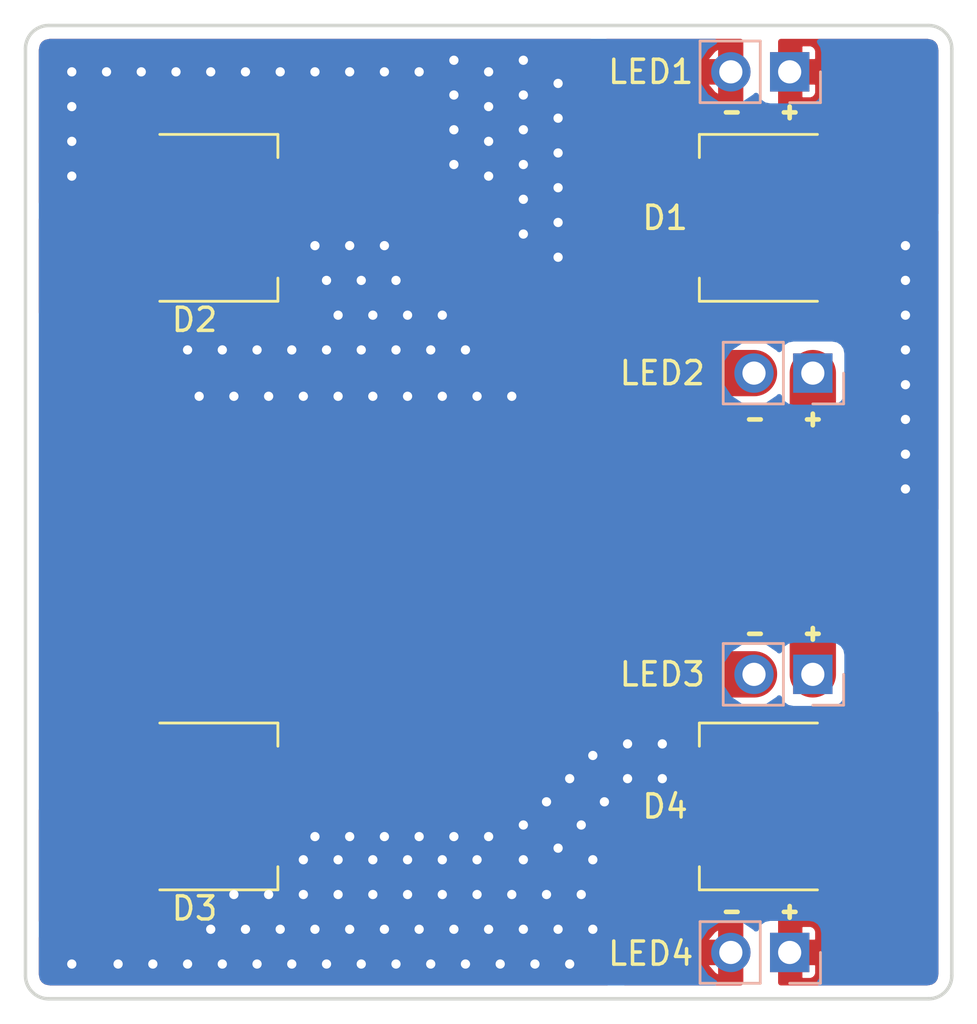
<source format=kicad_pcb>
(kicad_pcb (version 20171130) (host pcbnew "(5.0.2)-1")

  (general
    (thickness 1.6)
    (drawings 26)
    (tracks 169)
    (zones 0)
    (modules 8)
    (nets 10)
  )

  (page A4)
  (layers
    (0 F.Cu signal)
    (31 B.Cu signal)
    (32 B.Adhes user)
    (33 F.Adhes user)
    (34 B.Paste user)
    (35 F.Paste user)
    (36 B.SilkS user)
    (37 F.SilkS user)
    (38 B.Mask user)
    (39 F.Mask user)
    (40 Dwgs.User user)
    (41 Cmts.User user)
    (42 Eco1.User user)
    (43 Eco2.User user)
    (44 Edge.Cuts user)
    (45 Margin user)
    (46 B.CrtYd user)
    (47 F.CrtYd user)
    (48 B.Fab user hide)
    (49 F.Fab user hide)
  )

  (setup
    (last_trace_width 0.25)
    (trace_clearance 0.25)
    (zone_clearance 0.5)
    (zone_45_only yes)
    (trace_min 0.2)
    (segment_width 0.2)
    (edge_width 0.15)
    (via_size 0.8)
    (via_drill 0.4)
    (via_min_size 0.4)
    (via_min_drill 0.3)
    (uvia_size 0.3)
    (uvia_drill 0.1)
    (uvias_allowed no)
    (uvia_min_size 0.2)
    (uvia_min_drill 0.1)
    (pcb_text_width 0.3)
    (pcb_text_size 1.5 1.5)
    (mod_edge_width 0.15)
    (mod_text_size 1 1)
    (mod_text_width 0.15)
    (pad_size 2.5 2.5)
    (pad_drill 2.5)
    (pad_to_mask_clearance 0.051)
    (solder_mask_min_width 0.25)
    (aux_axis_origin 0 0)
    (visible_elements 7FFFFF7F)
    (pcbplotparams
      (layerselection 0x010fc_ffffffff)
      (usegerberextensions false)
      (usegerberattributes false)
      (usegerberadvancedattributes false)
      (creategerberjobfile false)
      (excludeedgelayer true)
      (linewidth 0.200000)
      (plotframeref false)
      (viasonmask false)
      (mode 1)
      (useauxorigin false)
      (hpglpennumber 1)
      (hpglpenspeed 20)
      (hpglpendiameter 15.000000)
      (psnegative false)
      (psa4output false)
      (plotreference true)
      (plotvalue true)
      (plotinvisibletext false)
      (padsonsilk false)
      (subtractmaskfromsilk false)
      (outputformat 1)
      (mirror false)
      (drillshape 1)
      (scaleselection 1)
      (outputdirectory ""))
  )

  (net 0 "")
  (net 1 /LED1-)
  (net 2 /LED1+)
  (net 3 /T)
  (net 4 /LED2-)
  (net 5 /LED2+)
  (net 6 /LED3+)
  (net 7 /LED3-)
  (net 8 /LED4+)
  (net 9 /LED4-)

  (net_class Default "Это класс цепей по умолчанию."
    (clearance 0.25)
    (trace_width 0.25)
    (via_dia 0.8)
    (via_drill 0.4)
    (uvia_dia 0.3)
    (uvia_drill 0.1)
    (add_net /LED1+)
    (add_net /LED1-)
    (add_net /LED2+)
    (add_net /LED2-)
    (add_net /LED3+)
    (add_net /LED3-)
    (add_net /LED4+)
    (add_net /LED4-)
    (add_net /T)
  )

  (module Connector_PinHeader_2.54mm:PinHeader_1x02_P2.54mm_Vertical (layer B.Cu) (tedit 5CA0635C) (tstamp 5CA83013)
    (at 132.5 53 90)
    (descr "Through hole straight pin header, 1x02, 2.54mm pitch, single row")
    (tags "Through hole pin header THT 1x02 2.54mm single row")
    (path /5C996674)
    (fp_text reference J4 (at 0 2.33 90) (layer B.SilkS) hide
      (effects (font (size 1 1) (thickness 0.15)) (justify mirror))
    )
    (fp_text value Conn_01x02_Male (at 0 -4.87 90) (layer B.Fab)
      (effects (font (size 1 1) (thickness 0.15)) (justify mirror))
    )
    (fp_text user %R (at 0 -1.27) (layer B.Fab)
      (effects (font (size 1 1) (thickness 0.15)) (justify mirror))
    )
    (fp_line (start 1.8 1.8) (end -1.8 1.8) (layer B.CrtYd) (width 0.05))
    (fp_line (start 1.8 -4.35) (end 1.8 1.8) (layer B.CrtYd) (width 0.05))
    (fp_line (start -1.8 -4.35) (end 1.8 -4.35) (layer B.CrtYd) (width 0.05))
    (fp_line (start -1.8 1.8) (end -1.8 -4.35) (layer B.CrtYd) (width 0.05))
    (fp_line (start -1.33 1.33) (end 0 1.33) (layer B.SilkS) (width 0.12))
    (fp_line (start -1.33 0) (end -1.33 1.33) (layer B.SilkS) (width 0.12))
    (fp_line (start -1.33 -1.27) (end 1.33 -1.27) (layer B.SilkS) (width 0.12))
    (fp_line (start 1.33 -1.27) (end 1.33 -3.87) (layer B.SilkS) (width 0.12))
    (fp_line (start -1.33 -1.27) (end -1.33 -3.87) (layer B.SilkS) (width 0.12))
    (fp_line (start -1.33 -3.87) (end 1.33 -3.87) (layer B.SilkS) (width 0.12))
    (fp_line (start -1.27 0.635) (end -0.635 1.27) (layer B.Fab) (width 0.1))
    (fp_line (start -1.27 -3.81) (end -1.27 0.635) (layer B.Fab) (width 0.1))
    (fp_line (start 1.27 -3.81) (end -1.27 -3.81) (layer B.Fab) (width 0.1))
    (fp_line (start 1.27 1.27) (end 1.27 -3.81) (layer B.Fab) (width 0.1))
    (fp_line (start -0.635 1.27) (end 1.27 1.27) (layer B.Fab) (width 0.1))
    (pad 2 thru_hole oval (at 0 -2.54 90) (size 1.7 1.7) (drill 1) (layers *.Cu *.Mask)
      (net 1 /LED1-))
    (pad 1 thru_hole rect (at 0 0 90) (size 1.7 1.7) (drill 1) (layers *.Cu *.Mask)
      (net 2 /LED1+))
    (model ${KISYS3DMOD}/Connector_PinHeader_2.54mm.3dshapes/PinHeader_1x02_P2.54mm_Vertical.wrl
      (at (xyz 0 0 0))
      (scale (xyz 1 1 1))
      (rotate (xyz 0 0 0))
    )
  )

  (module Connector_PinHeader_2.54mm:PinHeader_1x02_P2.54mm_Vertical (layer B.Cu) (tedit 5C9D28A9) (tstamp 5CA75F97)
    (at 133.5 66 90)
    (descr "Through hole straight pin header, 1x02, 2.54mm pitch, single row")
    (tags "Through hole pin header THT 1x02 2.54mm single row")
    (path /5CA5FF58)
    (fp_text reference J5 (at 0 2.33 90) (layer B.SilkS) hide
      (effects (font (size 1 1) (thickness 0.15)) (justify mirror))
    )
    (fp_text value Conn_01x02_Male (at 0 -4.87 90) (layer B.Fab)
      (effects (font (size 1 1) (thickness 0.15)) (justify mirror))
    )
    (fp_line (start -0.635 1.27) (end 1.27 1.27) (layer B.Fab) (width 0.1))
    (fp_line (start 1.27 1.27) (end 1.27 -3.81) (layer B.Fab) (width 0.1))
    (fp_line (start 1.27 -3.81) (end -1.27 -3.81) (layer B.Fab) (width 0.1))
    (fp_line (start -1.27 -3.81) (end -1.27 0.635) (layer B.Fab) (width 0.1))
    (fp_line (start -1.27 0.635) (end -0.635 1.27) (layer B.Fab) (width 0.1))
    (fp_line (start -1.33 -3.87) (end 1.33 -3.87) (layer B.SilkS) (width 0.12))
    (fp_line (start -1.33 -1.27) (end -1.33 -3.87) (layer B.SilkS) (width 0.12))
    (fp_line (start 1.33 -1.27) (end 1.33 -3.87) (layer B.SilkS) (width 0.12))
    (fp_line (start -1.33 -1.27) (end 1.33 -1.27) (layer B.SilkS) (width 0.12))
    (fp_line (start -1.33 0) (end -1.33 1.33) (layer B.SilkS) (width 0.12))
    (fp_line (start -1.33 1.33) (end 0 1.33) (layer B.SilkS) (width 0.12))
    (fp_line (start -1.8 1.8) (end -1.8 -4.35) (layer B.CrtYd) (width 0.05))
    (fp_line (start -1.8 -4.35) (end 1.8 -4.35) (layer B.CrtYd) (width 0.05))
    (fp_line (start 1.8 -4.35) (end 1.8 1.8) (layer B.CrtYd) (width 0.05))
    (fp_line (start 1.8 1.8) (end -1.8 1.8) (layer B.CrtYd) (width 0.05))
    (fp_text user %R (at 0 -1.27) (layer B.Fab)
      (effects (font (size 1 1) (thickness 0.15)) (justify mirror))
    )
    (pad 1 thru_hole rect (at 0 0 90) (size 1.7 1.7) (drill 1) (layers *.Cu *.Mask)
      (net 5 /LED2+))
    (pad 2 thru_hole oval (at 0 -2.54 90) (size 1.7 1.7) (drill 1) (layers *.Cu *.Mask)
      (net 4 /LED2-))
    (model ${KISYS3DMOD}/Connector_PinHeader_2.54mm.3dshapes/PinHeader_1x02_P2.54mm_Vertical.wrl
      (at (xyz 0 0 0))
      (scale (xyz 1 1 1))
      (rotate (xyz 0 0 0))
    )
  )

  (module Connector_PinHeader_2.54mm:PinHeader_1x02_P2.54mm_Vertical (layer B.Cu) (tedit 5C9D28AE) (tstamp 5CA762D3)
    (at 133.5 79 90)
    (descr "Through hole straight pin header, 1x02, 2.54mm pitch, single row")
    (tags "Through hole pin header THT 1x02 2.54mm single row")
    (path /5CA6ACCE)
    (fp_text reference J6 (at 0 2.33 90) (layer B.SilkS) hide
      (effects (font (size 1 1) (thickness 0.15)) (justify mirror))
    )
    (fp_text value Conn_01x02_Male (at 0 -4.87 90) (layer B.Fab)
      (effects (font (size 1 1) (thickness 0.15)) (justify mirror))
    )
    (fp_line (start -0.635 1.27) (end 1.27 1.27) (layer B.Fab) (width 0.1))
    (fp_line (start 1.27 1.27) (end 1.27 -3.81) (layer B.Fab) (width 0.1))
    (fp_line (start 1.27 -3.81) (end -1.27 -3.81) (layer B.Fab) (width 0.1))
    (fp_line (start -1.27 -3.81) (end -1.27 0.635) (layer B.Fab) (width 0.1))
    (fp_line (start -1.27 0.635) (end -0.635 1.27) (layer B.Fab) (width 0.1))
    (fp_line (start -1.33 -3.87) (end 1.33 -3.87) (layer B.SilkS) (width 0.12))
    (fp_line (start -1.33 -1.27) (end -1.33 -3.87) (layer B.SilkS) (width 0.12))
    (fp_line (start 1.33 -1.27) (end 1.33 -3.87) (layer B.SilkS) (width 0.12))
    (fp_line (start -1.33 -1.27) (end 1.33 -1.27) (layer B.SilkS) (width 0.12))
    (fp_line (start -1.33 0) (end -1.33 1.33) (layer B.SilkS) (width 0.12))
    (fp_line (start -1.33 1.33) (end 0 1.33) (layer B.SilkS) (width 0.12))
    (fp_line (start -1.8 1.8) (end -1.8 -4.35) (layer B.CrtYd) (width 0.05))
    (fp_line (start -1.8 -4.35) (end 1.8 -4.35) (layer B.CrtYd) (width 0.05))
    (fp_line (start 1.8 -4.35) (end 1.8 1.8) (layer B.CrtYd) (width 0.05))
    (fp_line (start 1.8 1.8) (end -1.8 1.8) (layer B.CrtYd) (width 0.05))
    (fp_text user %R (at 0 -1.27) (layer B.Fab)
      (effects (font (size 1 1) (thickness 0.15)) (justify mirror))
    )
    (pad 1 thru_hole rect (at 0 0 90) (size 1.7 1.7) (drill 1) (layers *.Cu *.Mask)
      (net 6 /LED3+))
    (pad 2 thru_hole oval (at 0 -2.54 90) (size 1.7 1.7) (drill 1) (layers *.Cu *.Mask)
      (net 7 /LED3-))
    (model ${KISYS3DMOD}/Connector_PinHeader_2.54mm.3dshapes/PinHeader_1x02_P2.54mm_Vertical.wrl
      (at (xyz 0 0 0))
      (scale (xyz 1 1 1))
      (rotate (xyz 0 0 0))
    )
  )

  (module Connector_PinHeader_2.54mm:PinHeader_1x02_P2.54mm_Vertical (layer B.Cu) (tedit 5C9D28B1) (tstamp 5CA76654)
    (at 132.5 91 90)
    (descr "Through hole straight pin header, 1x02, 2.54mm pitch, single row")
    (tags "Through hole pin header THT 1x02 2.54mm single row")
    (path /5CA76CFD)
    (fp_text reference J7 (at 0 2.33 90) (layer B.SilkS) hide
      (effects (font (size 1 1) (thickness 0.15)) (justify mirror))
    )
    (fp_text value Conn_01x02_Male (at 0 -4.87 90) (layer B.Fab)
      (effects (font (size 1 1) (thickness 0.15)) (justify mirror))
    )
    (fp_text user %R (at 0 -1.27) (layer B.Fab)
      (effects (font (size 1 1) (thickness 0.15)) (justify mirror))
    )
    (fp_line (start 1.8 1.8) (end -1.8 1.8) (layer B.CrtYd) (width 0.05))
    (fp_line (start 1.8 -4.35) (end 1.8 1.8) (layer B.CrtYd) (width 0.05))
    (fp_line (start -1.8 -4.35) (end 1.8 -4.35) (layer B.CrtYd) (width 0.05))
    (fp_line (start -1.8 1.8) (end -1.8 -4.35) (layer B.CrtYd) (width 0.05))
    (fp_line (start -1.33 1.33) (end 0 1.33) (layer B.SilkS) (width 0.12))
    (fp_line (start -1.33 0) (end -1.33 1.33) (layer B.SilkS) (width 0.12))
    (fp_line (start -1.33 -1.27) (end 1.33 -1.27) (layer B.SilkS) (width 0.12))
    (fp_line (start 1.33 -1.27) (end 1.33 -3.87) (layer B.SilkS) (width 0.12))
    (fp_line (start -1.33 -1.27) (end -1.33 -3.87) (layer B.SilkS) (width 0.12))
    (fp_line (start -1.33 -3.87) (end 1.33 -3.87) (layer B.SilkS) (width 0.12))
    (fp_line (start -1.27 0.635) (end -0.635 1.27) (layer B.Fab) (width 0.1))
    (fp_line (start -1.27 -3.81) (end -1.27 0.635) (layer B.Fab) (width 0.1))
    (fp_line (start 1.27 -3.81) (end -1.27 -3.81) (layer B.Fab) (width 0.1))
    (fp_line (start 1.27 1.27) (end 1.27 -3.81) (layer B.Fab) (width 0.1))
    (fp_line (start -0.635 1.27) (end 1.27 1.27) (layer B.Fab) (width 0.1))
    (pad 2 thru_hole oval (at 0 -2.54 90) (size 1.7 1.7) (drill 1) (layers *.Cu *.Mask)
      (net 9 /LED4-))
    (pad 1 thru_hole rect (at 0 0 90) (size 1.7 1.7) (drill 1) (layers *.Cu *.Mask)
      (net 8 /LED4+))
    (model ${KISYS3DMOD}/Connector_PinHeader_2.54mm.3dshapes/PinHeader_1x02_P2.54mm_Vertical.wrl
      (at (xyz 0 0 0))
      (scale (xyz 1 1 1))
      (rotate (xyz 0 0 0))
    )
  )

  (module my_lib:LED_Cree-XHP70_12V (layer F.Cu) (tedit 5CA63EAD) (tstamp 5CA76BCE)
    (at 132.2 59.3)
    (descr "Cree XHP70 LED, 12V version, http://www.cree.com/~/media/Files/Cree/LED%20Components%20and%20Modules/XLamp/Data%20and%20Binning/ds%20XHP70.pdf")
    (tags "LED Cree XHP70")
    (path /5CA752EC)
    (attr smd)
    (fp_text reference D1 (at -5.08 0) (layer F.SilkS)
      (effects (font (size 1 1) (thickness 0.15)))
    )
    (fp_text value LED_Cree_XHP70_12V (at 0 4.4) (layer F.Fab)
      (effects (font (size 1 1) (thickness 0.15)))
    )
    (fp_line (start 2.75 0) (end 2.75 1.75) (layer F.Fab) (width 0.1))
    (fp_line (start -2.75 0) (end 2.75 0) (layer F.Fab) (width 0.1))
    (fp_line (start -2.75 -1.75) (end -2.75 0) (layer F.Fab) (width 0.1))
    (fp_line (start -0.5 -1.75) (end 0.5 -1.75) (layer F.Fab) (width 0.1))
    (fp_line (start -0.5 -2.5) (end -1.75 -1.75) (layer F.Fab) (width 0.1))
    (fp_line (start -0.5 -1) (end -0.5 -2.5) (layer F.Fab) (width 0.1))
    (fp_line (start -1.75 -1.75) (end -0.5 -1) (layer F.Fab) (width 0.1))
    (fp_line (start -1.75 -1.75) (end -1.75 -1) (layer F.Fab) (width 0.1))
    (fp_line (start -1.75 -1.75) (end -1.75 -2.5) (layer F.Fab) (width 0.1))
    (fp_line (start -2.75 -1.75) (end -1.75 -1.75) (layer F.Fab) (width 0.1))
    (fp_line (start 0.5 -2.5) (end 0.5 -1) (layer F.Fab) (width 0.1))
    (fp_line (start 0.5 -1.75) (end 1.75 -2.5) (layer F.Fab) (width 0.1))
    (fp_line (start 1.75 -1) (end 0.5 -1.75) (layer F.Fab) (width 0.1))
    (fp_line (start 1.75 -1.75) (end 1.75 -1) (layer F.Fab) (width 0.1))
    (fp_line (start 1.75 -1.75) (end 1.75 -2.5) (layer F.Fab) (width 0.1))
    (fp_line (start 2.75 -1.75) (end 1.75 -1.75) (layer F.Fab) (width 0.1))
    (fp_line (start -3.6 -3.6) (end -3.6 -2.6) (layer F.SilkS) (width 0.12))
    (fp_line (start 1.5 -3.6) (end -3.6 -3.6) (layer F.SilkS) (width 0.12))
    (fp_line (start -3.6 3.6) (end -3.6 2.6) (layer F.SilkS) (width 0.12))
    (fp_line (start 1.5 3.6) (end -3.6 3.6) (layer F.SilkS) (width 0.12))
    (fp_line (start 3.7 3.7) (end 3.7 -3.7) (layer F.CrtYd) (width 0.05))
    (fp_line (start -3.7 3.7) (end 3.7 3.7) (layer F.CrtYd) (width 0.05))
    (fp_line (start -3.7 -3.7) (end -3.7 3.7) (layer F.CrtYd) (width 0.05))
    (fp_line (start 3.7 -3.7) (end -3.7 -3.7) (layer F.CrtYd) (width 0.05))
    (fp_line (start 3.5 3.5) (end 3.5 -3.5) (layer F.Fab) (width 0.1))
    (fp_line (start -3.5 3.5) (end 3.5 3.5) (layer F.Fab) (width 0.1))
    (fp_line (start -3.5 -3.5) (end -3.5 3.5) (layer F.Fab) (width 0.1))
    (fp_line (start 3.5 -3.5) (end -3.5 -3.5) (layer F.Fab) (width 0.1))
    (fp_line (start -0.5 1.75) (end 0.5 1.75) (layer F.Fab) (width 0.1))
    (fp_line (start 2.75 1.75) (end 1.75 1.75) (layer F.Fab) (width 0.1))
    (fp_line (start 1.75 1.75) (end 1.75 1) (layer F.Fab) (width 0.1))
    (fp_line (start 1.75 1.75) (end 1.75 2.5) (layer F.Fab) (width 0.1))
    (fp_line (start 1.75 2.5) (end 0.5 1.75) (layer F.Fab) (width 0.1))
    (fp_line (start 0.5 1.75) (end 1.75 1) (layer F.Fab) (width 0.1))
    (fp_line (start 0.5 1) (end 0.5 2.5) (layer F.Fab) (width 0.1))
    (fp_line (start -2.75 1.75) (end -1.75 1.75) (layer F.Fab) (width 0.1))
    (fp_line (start -1.75 1.75) (end -1.75 1) (layer F.Fab) (width 0.1))
    (fp_line (start -1.75 1.75) (end -1.75 2.5) (layer F.Fab) (width 0.1))
    (fp_line (start -1.75 1.75) (end -0.5 2.5) (layer F.Fab) (width 0.1))
    (fp_line (start -0.5 2.5) (end -0.5 1) (layer F.Fab) (width 0.1))
    (fp_line (start -0.5 1) (end -1.75 1.75) (layer F.Fab) (width 0.1))
    (fp_text user %R (at 0 0) (layer F.Fab)
      (effects (font (size 1 1) (thickness 0.1)))
    )
    (pad 1 smd rect (at -3 1.815) (size 0.7 3.13) (layers F.Cu F.Paste F.Mask)
      (net 1 /LED1-))
    (pad 2 smd rect (at 3 -1.815) (size 0.7 3.13) (layers F.Cu F.Paste F.Mask)
      (net 2 /LED1+))
    (pad 3 smd rect (at 0 0) (size 3.9 6.76) (layers F.Cu F.Mask)
      (net 3 /T))
    (pad 3 smd rect (at 2.65 1.815) (size 1.4 3.13) (layers F.Cu F.Mask)
      (net 3 /T))
    (pad 3 smd rect (at -2.65 -1.815) (size 1.4 3.13) (layers F.Cu F.Mask)
      (net 3 /T))
    (pad 3 smd rect (at -3 -1.815) (size 0.7 3.13) (layers F.Paste)
      (net 3 /T))
    (pad 3 smd rect (at 3 1.815) (size 0.7 3.13) (layers F.Paste)
      (net 3 /T))
    (pad 3 smd rect (at -0.77 -2.31) (size 1.29 1.29) (layers F.Paste)
      (net 3 /T))
    (pad 3 smd rect (at 0.77 -2.31) (size 1.29 1.29) (layers F.Paste)
      (net 3 /T))
    (pad 3 smd rect (at -0.77 -0.77) (size 1.29 1.29) (layers F.Paste)
      (net 3 /T))
    (pad 3 smd rect (at 0.77 -0.77) (size 1.29 1.29) (layers F.Paste)
      (net 3 /T))
    (pad 3 smd rect (at -0.77 0.77) (size 1.29 1.29) (layers F.Paste)
      (net 3 /T))
    (pad 3 smd rect (at 0.77 0.77) (size 1.29 1.29) (layers F.Paste)
      (net 3 /T))
    (pad 3 smd rect (at -0.77 2.31) (size 1.29 1.29) (layers F.Paste)
      (net 3 /T))
    (pad 3 smd rect (at 0.77 2.31) (size 1.29 1.29) (layers F.Paste)
      (net 3 /T))
    (model D:/GIT/my_rep/Ki_Lib/my_3d_lib/LED_XHP_70.stp
      (at (xyz 0 0 0))
      (scale (xyz 1 1 1))
      (rotate (xyz 0 0 0))
    )
  )

  (module my_lib:LED_Cree-XHP70_12V (layer F.Cu) (tedit 5CA63EAD) (tstamp 5CA77B0A)
    (at 106.8 59.3 180)
    (descr "Cree XHP70 LED, 12V version, http://www.cree.com/~/media/Files/Cree/LED%20Components%20and%20Modules/XLamp/Data%20and%20Binning/ds%20XHP70.pdf")
    (tags "LED Cree XHP70")
    (path /5CA75539)
    (attr smd)
    (fp_text reference D2 (at 0 -4.4 180) (layer F.SilkS)
      (effects (font (size 1 1) (thickness 0.15)))
    )
    (fp_text value LED_Cree_XHP70_12V (at 0 4.4 180) (layer F.Fab)
      (effects (font (size 1 1) (thickness 0.15)))
    )
    (fp_line (start 2.75 0) (end 2.75 1.75) (layer F.Fab) (width 0.1))
    (fp_line (start -2.75 0) (end 2.75 0) (layer F.Fab) (width 0.1))
    (fp_line (start -2.75 -1.75) (end -2.75 0) (layer F.Fab) (width 0.1))
    (fp_line (start -0.5 -1.75) (end 0.5 -1.75) (layer F.Fab) (width 0.1))
    (fp_line (start -0.5 -2.5) (end -1.75 -1.75) (layer F.Fab) (width 0.1))
    (fp_line (start -0.5 -1) (end -0.5 -2.5) (layer F.Fab) (width 0.1))
    (fp_line (start -1.75 -1.75) (end -0.5 -1) (layer F.Fab) (width 0.1))
    (fp_line (start -1.75 -1.75) (end -1.75 -1) (layer F.Fab) (width 0.1))
    (fp_line (start -1.75 -1.75) (end -1.75 -2.5) (layer F.Fab) (width 0.1))
    (fp_line (start -2.75 -1.75) (end -1.75 -1.75) (layer F.Fab) (width 0.1))
    (fp_line (start 0.5 -2.5) (end 0.5 -1) (layer F.Fab) (width 0.1))
    (fp_line (start 0.5 -1.75) (end 1.75 -2.5) (layer F.Fab) (width 0.1))
    (fp_line (start 1.75 -1) (end 0.5 -1.75) (layer F.Fab) (width 0.1))
    (fp_line (start 1.75 -1.75) (end 1.75 -1) (layer F.Fab) (width 0.1))
    (fp_line (start 1.75 -1.75) (end 1.75 -2.5) (layer F.Fab) (width 0.1))
    (fp_line (start 2.75 -1.75) (end 1.75 -1.75) (layer F.Fab) (width 0.1))
    (fp_line (start -3.6 -3.6) (end -3.6 -2.6) (layer F.SilkS) (width 0.12))
    (fp_line (start 1.5 -3.6) (end -3.6 -3.6) (layer F.SilkS) (width 0.12))
    (fp_line (start -3.6 3.6) (end -3.6 2.6) (layer F.SilkS) (width 0.12))
    (fp_line (start 1.5 3.6) (end -3.6 3.6) (layer F.SilkS) (width 0.12))
    (fp_line (start 3.7 3.7) (end 3.7 -3.7) (layer F.CrtYd) (width 0.05))
    (fp_line (start -3.7 3.7) (end 3.7 3.7) (layer F.CrtYd) (width 0.05))
    (fp_line (start -3.7 -3.7) (end -3.7 3.7) (layer F.CrtYd) (width 0.05))
    (fp_line (start 3.7 -3.7) (end -3.7 -3.7) (layer F.CrtYd) (width 0.05))
    (fp_line (start 3.5 3.5) (end 3.5 -3.5) (layer F.Fab) (width 0.1))
    (fp_line (start -3.5 3.5) (end 3.5 3.5) (layer F.Fab) (width 0.1))
    (fp_line (start -3.5 -3.5) (end -3.5 3.5) (layer F.Fab) (width 0.1))
    (fp_line (start 3.5 -3.5) (end -3.5 -3.5) (layer F.Fab) (width 0.1))
    (fp_line (start -0.5 1.75) (end 0.5 1.75) (layer F.Fab) (width 0.1))
    (fp_line (start 2.75 1.75) (end 1.75 1.75) (layer F.Fab) (width 0.1))
    (fp_line (start 1.75 1.75) (end 1.75 1) (layer F.Fab) (width 0.1))
    (fp_line (start 1.75 1.75) (end 1.75 2.5) (layer F.Fab) (width 0.1))
    (fp_line (start 1.75 2.5) (end 0.5 1.75) (layer F.Fab) (width 0.1))
    (fp_line (start 0.5 1.75) (end 1.75 1) (layer F.Fab) (width 0.1))
    (fp_line (start 0.5 1) (end 0.5 2.5) (layer F.Fab) (width 0.1))
    (fp_line (start -2.75 1.75) (end -1.75 1.75) (layer F.Fab) (width 0.1))
    (fp_line (start -1.75 1.75) (end -1.75 1) (layer F.Fab) (width 0.1))
    (fp_line (start -1.75 1.75) (end -1.75 2.5) (layer F.Fab) (width 0.1))
    (fp_line (start -1.75 1.75) (end -0.5 2.5) (layer F.Fab) (width 0.1))
    (fp_line (start -0.5 2.5) (end -0.5 1) (layer F.Fab) (width 0.1))
    (fp_line (start -0.5 1) (end -1.75 1.75) (layer F.Fab) (width 0.1))
    (fp_text user %R (at 0 0 180) (layer F.Fab)
      (effects (font (size 1 1) (thickness 0.1)))
    )
    (pad 1 smd rect (at -3 1.815 180) (size 0.7 3.13) (layers F.Cu F.Paste F.Mask)
      (net 4 /LED2-))
    (pad 2 smd rect (at 3 -1.815 180) (size 0.7 3.13) (layers F.Cu F.Paste F.Mask)
      (net 5 /LED2+))
    (pad 3 smd rect (at 0 0 180) (size 3.9 6.76) (layers F.Cu F.Mask)
      (net 3 /T))
    (pad 3 smd rect (at 2.65 1.815 180) (size 1.4 3.13) (layers F.Cu F.Mask)
      (net 3 /T))
    (pad 3 smd rect (at -2.65 -1.815 180) (size 1.4 3.13) (layers F.Cu F.Mask)
      (net 3 /T))
    (pad 3 smd rect (at -3 -1.815 180) (size 0.7 3.13) (layers F.Paste)
      (net 3 /T))
    (pad 3 smd rect (at 3 1.815 180) (size 0.7 3.13) (layers F.Paste)
      (net 3 /T))
    (pad 3 smd rect (at -0.77 -2.31 180) (size 1.29 1.29) (layers F.Paste)
      (net 3 /T))
    (pad 3 smd rect (at 0.77 -2.31 180) (size 1.29 1.29) (layers F.Paste)
      (net 3 /T))
    (pad 3 smd rect (at -0.77 -0.77 180) (size 1.29 1.29) (layers F.Paste)
      (net 3 /T))
    (pad 3 smd rect (at 0.77 -0.77 180) (size 1.29 1.29) (layers F.Paste)
      (net 3 /T))
    (pad 3 smd rect (at -0.77 0.77 180) (size 1.29 1.29) (layers F.Paste)
      (net 3 /T))
    (pad 3 smd rect (at 0.77 0.77 180) (size 1.29 1.29) (layers F.Paste)
      (net 3 /T))
    (pad 3 smd rect (at -0.77 2.31 180) (size 1.29 1.29) (layers F.Paste)
      (net 3 /T))
    (pad 3 smd rect (at 0.77 2.31 180) (size 1.29 1.29) (layers F.Paste)
      (net 3 /T))
    (model D:/GIT/my_rep/Ki_Lib/my_3d_lib/LED_XHP_70.stp
      (at (xyz 0 0 0))
      (scale (xyz 1 1 1))
      (rotate (xyz 0 0 0))
    )
  )

  (module my_lib:LED_Cree-XHP70_12V (layer F.Cu) (tedit 5CA63EAD) (tstamp 5CA76C48)
    (at 106.8 84.7 180)
    (descr "Cree XHP70 LED, 12V version, http://www.cree.com/~/media/Files/Cree/LED%20Components%20and%20Modules/XLamp/Data%20and%20Binning/ds%20XHP70.pdf")
    (tags "LED Cree XHP70")
    (path /5CA756A2)
    (attr smd)
    (fp_text reference D3 (at 0 -4.4 180) (layer F.SilkS)
      (effects (font (size 1 1) (thickness 0.15)))
    )
    (fp_text value LED_Cree_XHP70_12V (at 0 4.4 180) (layer F.Fab)
      (effects (font (size 1 1) (thickness 0.15)))
    )
    (fp_text user %R (at 0 0 180) (layer F.Fab)
      (effects (font (size 1 1) (thickness 0.1)))
    )
    (fp_line (start -0.5 1) (end -1.75 1.75) (layer F.Fab) (width 0.1))
    (fp_line (start -0.5 2.5) (end -0.5 1) (layer F.Fab) (width 0.1))
    (fp_line (start -1.75 1.75) (end -0.5 2.5) (layer F.Fab) (width 0.1))
    (fp_line (start -1.75 1.75) (end -1.75 2.5) (layer F.Fab) (width 0.1))
    (fp_line (start -1.75 1.75) (end -1.75 1) (layer F.Fab) (width 0.1))
    (fp_line (start -2.75 1.75) (end -1.75 1.75) (layer F.Fab) (width 0.1))
    (fp_line (start 0.5 1) (end 0.5 2.5) (layer F.Fab) (width 0.1))
    (fp_line (start 0.5 1.75) (end 1.75 1) (layer F.Fab) (width 0.1))
    (fp_line (start 1.75 2.5) (end 0.5 1.75) (layer F.Fab) (width 0.1))
    (fp_line (start 1.75 1.75) (end 1.75 2.5) (layer F.Fab) (width 0.1))
    (fp_line (start 1.75 1.75) (end 1.75 1) (layer F.Fab) (width 0.1))
    (fp_line (start 2.75 1.75) (end 1.75 1.75) (layer F.Fab) (width 0.1))
    (fp_line (start -0.5 1.75) (end 0.5 1.75) (layer F.Fab) (width 0.1))
    (fp_line (start 3.5 -3.5) (end -3.5 -3.5) (layer F.Fab) (width 0.1))
    (fp_line (start -3.5 -3.5) (end -3.5 3.5) (layer F.Fab) (width 0.1))
    (fp_line (start -3.5 3.5) (end 3.5 3.5) (layer F.Fab) (width 0.1))
    (fp_line (start 3.5 3.5) (end 3.5 -3.5) (layer F.Fab) (width 0.1))
    (fp_line (start 3.7 -3.7) (end -3.7 -3.7) (layer F.CrtYd) (width 0.05))
    (fp_line (start -3.7 -3.7) (end -3.7 3.7) (layer F.CrtYd) (width 0.05))
    (fp_line (start -3.7 3.7) (end 3.7 3.7) (layer F.CrtYd) (width 0.05))
    (fp_line (start 3.7 3.7) (end 3.7 -3.7) (layer F.CrtYd) (width 0.05))
    (fp_line (start 1.5 3.6) (end -3.6 3.6) (layer F.SilkS) (width 0.12))
    (fp_line (start -3.6 3.6) (end -3.6 2.6) (layer F.SilkS) (width 0.12))
    (fp_line (start 1.5 -3.6) (end -3.6 -3.6) (layer F.SilkS) (width 0.12))
    (fp_line (start -3.6 -3.6) (end -3.6 -2.6) (layer F.SilkS) (width 0.12))
    (fp_line (start 2.75 -1.75) (end 1.75 -1.75) (layer F.Fab) (width 0.1))
    (fp_line (start 1.75 -1.75) (end 1.75 -2.5) (layer F.Fab) (width 0.1))
    (fp_line (start 1.75 -1.75) (end 1.75 -1) (layer F.Fab) (width 0.1))
    (fp_line (start 1.75 -1) (end 0.5 -1.75) (layer F.Fab) (width 0.1))
    (fp_line (start 0.5 -1.75) (end 1.75 -2.5) (layer F.Fab) (width 0.1))
    (fp_line (start 0.5 -2.5) (end 0.5 -1) (layer F.Fab) (width 0.1))
    (fp_line (start -2.75 -1.75) (end -1.75 -1.75) (layer F.Fab) (width 0.1))
    (fp_line (start -1.75 -1.75) (end -1.75 -2.5) (layer F.Fab) (width 0.1))
    (fp_line (start -1.75 -1.75) (end -1.75 -1) (layer F.Fab) (width 0.1))
    (fp_line (start -1.75 -1.75) (end -0.5 -1) (layer F.Fab) (width 0.1))
    (fp_line (start -0.5 -1) (end -0.5 -2.5) (layer F.Fab) (width 0.1))
    (fp_line (start -0.5 -2.5) (end -1.75 -1.75) (layer F.Fab) (width 0.1))
    (fp_line (start -0.5 -1.75) (end 0.5 -1.75) (layer F.Fab) (width 0.1))
    (fp_line (start -2.75 -1.75) (end -2.75 0) (layer F.Fab) (width 0.1))
    (fp_line (start -2.75 0) (end 2.75 0) (layer F.Fab) (width 0.1))
    (fp_line (start 2.75 0) (end 2.75 1.75) (layer F.Fab) (width 0.1))
    (pad 3 smd rect (at 0.77 2.31 180) (size 1.29 1.29) (layers F.Paste)
      (net 3 /T))
    (pad 3 smd rect (at -0.77 2.31 180) (size 1.29 1.29) (layers F.Paste)
      (net 3 /T))
    (pad 3 smd rect (at 0.77 0.77 180) (size 1.29 1.29) (layers F.Paste)
      (net 3 /T))
    (pad 3 smd rect (at -0.77 0.77 180) (size 1.29 1.29) (layers F.Paste)
      (net 3 /T))
    (pad 3 smd rect (at 0.77 -0.77 180) (size 1.29 1.29) (layers F.Paste)
      (net 3 /T))
    (pad 3 smd rect (at -0.77 -0.77 180) (size 1.29 1.29) (layers F.Paste)
      (net 3 /T))
    (pad 3 smd rect (at 0.77 -2.31 180) (size 1.29 1.29) (layers F.Paste)
      (net 3 /T))
    (pad 3 smd rect (at -0.77 -2.31 180) (size 1.29 1.29) (layers F.Paste)
      (net 3 /T))
    (pad 3 smd rect (at 3 1.815 180) (size 0.7 3.13) (layers F.Paste)
      (net 3 /T))
    (pad 3 smd rect (at -3 -1.815 180) (size 0.7 3.13) (layers F.Paste)
      (net 3 /T))
    (pad 3 smd rect (at -2.65 -1.815 180) (size 1.4 3.13) (layers F.Cu F.Mask)
      (net 3 /T))
    (pad 3 smd rect (at 2.65 1.815 180) (size 1.4 3.13) (layers F.Cu F.Mask)
      (net 3 /T))
    (pad 3 smd rect (at 0 0 180) (size 3.9 6.76) (layers F.Cu F.Mask)
      (net 3 /T))
    (pad 2 smd rect (at 3 -1.815 180) (size 0.7 3.13) (layers F.Cu F.Paste F.Mask)
      (net 6 /LED3+))
    (pad 1 smd rect (at -3 1.815 180) (size 0.7 3.13) (layers F.Cu F.Paste F.Mask)
      (net 7 /LED3-))
    (model D:/GIT/my_rep/Ki_Lib/my_3d_lib/LED_XHP_70.stp
      (at (xyz 0 0 0))
      (scale (xyz 1 1 1))
      (rotate (xyz 0 0 0))
    )
  )

  (module my_lib:LED_Cree-XHP70_12V (layer F.Cu) (tedit 5CA63EAD) (tstamp 5CA76C85)
    (at 132.2 84.7)
    (descr "Cree XHP70 LED, 12V version, http://www.cree.com/~/media/Files/Cree/LED%20Components%20and%20Modules/XLamp/Data%20and%20Binning/ds%20XHP70.pdf")
    (tags "LED Cree XHP70")
    (path /5CA754A6)
    (attr smd)
    (fp_text reference D4 (at -5.08 0) (layer F.SilkS)
      (effects (font (size 1 1) (thickness 0.15)))
    )
    (fp_text value LED_Cree_XHP70_12V (at 0 4.4) (layer F.Fab)
      (effects (font (size 1 1) (thickness 0.15)))
    )
    (fp_text user %R (at 0 0) (layer F.Fab)
      (effects (font (size 1 1) (thickness 0.1)))
    )
    (fp_line (start -0.5 1) (end -1.75 1.75) (layer F.Fab) (width 0.1))
    (fp_line (start -0.5 2.5) (end -0.5 1) (layer F.Fab) (width 0.1))
    (fp_line (start -1.75 1.75) (end -0.5 2.5) (layer F.Fab) (width 0.1))
    (fp_line (start -1.75 1.75) (end -1.75 2.5) (layer F.Fab) (width 0.1))
    (fp_line (start -1.75 1.75) (end -1.75 1) (layer F.Fab) (width 0.1))
    (fp_line (start -2.75 1.75) (end -1.75 1.75) (layer F.Fab) (width 0.1))
    (fp_line (start 0.5 1) (end 0.5 2.5) (layer F.Fab) (width 0.1))
    (fp_line (start 0.5 1.75) (end 1.75 1) (layer F.Fab) (width 0.1))
    (fp_line (start 1.75 2.5) (end 0.5 1.75) (layer F.Fab) (width 0.1))
    (fp_line (start 1.75 1.75) (end 1.75 2.5) (layer F.Fab) (width 0.1))
    (fp_line (start 1.75 1.75) (end 1.75 1) (layer F.Fab) (width 0.1))
    (fp_line (start 2.75 1.75) (end 1.75 1.75) (layer F.Fab) (width 0.1))
    (fp_line (start -0.5 1.75) (end 0.5 1.75) (layer F.Fab) (width 0.1))
    (fp_line (start 3.5 -3.5) (end -3.5 -3.5) (layer F.Fab) (width 0.1))
    (fp_line (start -3.5 -3.5) (end -3.5 3.5) (layer F.Fab) (width 0.1))
    (fp_line (start -3.5 3.5) (end 3.5 3.5) (layer F.Fab) (width 0.1))
    (fp_line (start 3.5 3.5) (end 3.5 -3.5) (layer F.Fab) (width 0.1))
    (fp_line (start 3.7 -3.7) (end -3.7 -3.7) (layer F.CrtYd) (width 0.05))
    (fp_line (start -3.7 -3.7) (end -3.7 3.7) (layer F.CrtYd) (width 0.05))
    (fp_line (start -3.7 3.7) (end 3.7 3.7) (layer F.CrtYd) (width 0.05))
    (fp_line (start 3.7 3.7) (end 3.7 -3.7) (layer F.CrtYd) (width 0.05))
    (fp_line (start 1.5 3.6) (end -3.6 3.6) (layer F.SilkS) (width 0.12))
    (fp_line (start -3.6 3.6) (end -3.6 2.6) (layer F.SilkS) (width 0.12))
    (fp_line (start 1.5 -3.6) (end -3.6 -3.6) (layer F.SilkS) (width 0.12))
    (fp_line (start -3.6 -3.6) (end -3.6 -2.6) (layer F.SilkS) (width 0.12))
    (fp_line (start 2.75 -1.75) (end 1.75 -1.75) (layer F.Fab) (width 0.1))
    (fp_line (start 1.75 -1.75) (end 1.75 -2.5) (layer F.Fab) (width 0.1))
    (fp_line (start 1.75 -1.75) (end 1.75 -1) (layer F.Fab) (width 0.1))
    (fp_line (start 1.75 -1) (end 0.5 -1.75) (layer F.Fab) (width 0.1))
    (fp_line (start 0.5 -1.75) (end 1.75 -2.5) (layer F.Fab) (width 0.1))
    (fp_line (start 0.5 -2.5) (end 0.5 -1) (layer F.Fab) (width 0.1))
    (fp_line (start -2.75 -1.75) (end -1.75 -1.75) (layer F.Fab) (width 0.1))
    (fp_line (start -1.75 -1.75) (end -1.75 -2.5) (layer F.Fab) (width 0.1))
    (fp_line (start -1.75 -1.75) (end -1.75 -1) (layer F.Fab) (width 0.1))
    (fp_line (start -1.75 -1.75) (end -0.5 -1) (layer F.Fab) (width 0.1))
    (fp_line (start -0.5 -1) (end -0.5 -2.5) (layer F.Fab) (width 0.1))
    (fp_line (start -0.5 -2.5) (end -1.75 -1.75) (layer F.Fab) (width 0.1))
    (fp_line (start -0.5 -1.75) (end 0.5 -1.75) (layer F.Fab) (width 0.1))
    (fp_line (start -2.75 -1.75) (end -2.75 0) (layer F.Fab) (width 0.1))
    (fp_line (start -2.75 0) (end 2.75 0) (layer F.Fab) (width 0.1))
    (fp_line (start 2.75 0) (end 2.75 1.75) (layer F.Fab) (width 0.1))
    (pad 3 smd rect (at 0.77 2.31) (size 1.29 1.29) (layers F.Paste)
      (net 3 /T))
    (pad 3 smd rect (at -0.77 2.31) (size 1.29 1.29) (layers F.Paste)
      (net 3 /T))
    (pad 3 smd rect (at 0.77 0.77) (size 1.29 1.29) (layers F.Paste)
      (net 3 /T))
    (pad 3 smd rect (at -0.77 0.77) (size 1.29 1.29) (layers F.Paste)
      (net 3 /T))
    (pad 3 smd rect (at 0.77 -0.77) (size 1.29 1.29) (layers F.Paste)
      (net 3 /T))
    (pad 3 smd rect (at -0.77 -0.77) (size 1.29 1.29) (layers F.Paste)
      (net 3 /T))
    (pad 3 smd rect (at 0.77 -2.31) (size 1.29 1.29) (layers F.Paste)
      (net 3 /T))
    (pad 3 smd rect (at -0.77 -2.31) (size 1.29 1.29) (layers F.Paste)
      (net 3 /T))
    (pad 3 smd rect (at 3 1.815) (size 0.7 3.13) (layers F.Paste)
      (net 3 /T))
    (pad 3 smd rect (at -3 -1.815) (size 0.7 3.13) (layers F.Paste)
      (net 3 /T))
    (pad 3 smd rect (at -2.65 -1.815) (size 1.4 3.13) (layers F.Cu F.Mask)
      (net 3 /T))
    (pad 3 smd rect (at 2.65 1.815) (size 1.4 3.13) (layers F.Cu F.Mask)
      (net 3 /T))
    (pad 3 smd rect (at 0 0) (size 3.9 6.76) (layers F.Cu F.Mask)
      (net 3 /T))
    (pad 2 smd rect (at 3 -1.815) (size 0.7 3.13) (layers F.Cu F.Paste F.Mask)
      (net 8 /LED4+))
    (pad 1 smd rect (at -3 1.815) (size 0.7 3.13) (layers F.Cu F.Paste F.Mask)
      (net 9 /LED4-))
    (model D:/GIT/my_rep/Ki_Lib/my_3d_lib/LED_XHP_70.stp
      (at (xyz 0 0 0))
      (scale (xyz 1 1 1))
      (rotate (xyz 0 0 0))
    )
  )

  (gr_text LED1 (at 126.5 53) (layer F.SilkS)
    (effects (font (size 1 1) (thickness 0.15)))
  )
  (gr_line (start 98.5 72) (end 140.5 72) (layer Dwgs.User) (width 0.2))
  (gr_line (start 119.5 94) (end 119.5 50) (layer Dwgs.User) (width 0.2))
  (gr_arc (start 100.5 92) (end 99.5 92) (angle -90) (layer Edge.Cuts) (width 0.15) (tstamp 5C9FC718))
  (gr_arc (start 100.5 52) (end 100.5 51) (angle -90) (layer Edge.Cuts) (width 0.15) (tstamp 5C9FC718))
  (gr_arc (start 138.5 52) (end 139.5 52) (angle -90) (layer Edge.Cuts) (width 0.15) (tstamp 5C9FC718))
  (gr_arc (start 138.5 92) (end 138.5 93) (angle -90) (layer Edge.Cuts) (width 0.15))
  (gr_line (start 132.25 89.25) (end 132.75 89.25) (layer F.SilkS) (width 0.2) (tstamp 5C9F85BB))
  (gr_line (start 132.5 89) (end 132.5 89.5) (layer F.SilkS) (width 0.2) (tstamp 5C9F85BA))
  (gr_line (start 130.249999 89.25) (end 129.75 89.25) (layer F.SilkS) (width 0.2) (tstamp 5C9F85B9))
  (gr_line (start 133.25 77.25) (end 133.75 77.25) (layer F.SilkS) (width 0.2) (tstamp 5C9F85BB))
  (gr_line (start 133.5 77) (end 133.5 77.5) (layer F.SilkS) (width 0.2) (tstamp 5C9F85BA))
  (gr_line (start 131.25 77.25) (end 130.750001 77.25) (layer F.SilkS) (width 0.2) (tstamp 5C9F85B9))
  (gr_line (start 133.25 68) (end 133.75 68) (layer F.SilkS) (width 0.2) (tstamp 5C9F85BB))
  (gr_line (start 133.5 67.75) (end 133.5 68.25) (layer F.SilkS) (width 0.2) (tstamp 5C9F85BA))
  (gr_line (start 131.25 68) (end 130.750001 68) (layer F.SilkS) (width 0.2) (tstamp 5C9F85B9))
  (gr_text LED3 (at 127 79) (layer F.SilkS) (tstamp 5CA77192)
    (effects (font (size 1 1) (thickness 0.15)))
  )
  (gr_text LED4 (at 126.5 91.05) (layer F.SilkS) (tstamp 5C9F7F18)
    (effects (font (size 1 1) (thickness 0.15)))
  )
  (gr_text LED2 (at 127 66) (layer F.SilkS) (tstamp 5C9F7F18)
    (effects (font (size 1 1) (thickness 0.15)))
  )
  (gr_line (start 132.25 54.75) (end 132.75 54.75) (layer F.SilkS) (width 0.2) (tstamp 5C9F7D1A))
  (gr_line (start 130.25 54.75) (end 129.750001 54.75) (layer F.SilkS) (width 0.2) (tstamp 5C9F7D19))
  (gr_line (start 132.5 54.5) (end 132.5 55) (layer F.SilkS) (width 0.2) (tstamp 5C9F7D18))
  (gr_line (start 100.5 51) (end 138.5 51) (layer Edge.Cuts) (width 0.15))
  (gr_line (start 99.5 92) (end 99.5 52) (layer Edge.Cuts) (width 0.15))
  (gr_line (start 138.5 93) (end 100.5 93) (layer Edge.Cuts) (width 0.15) (tstamp 5C9A1ADF))
  (gr_line (start 139.5 52) (end 139.5 92) (layer Edge.Cuts) (width 0.15))

  (via (at 137.5 60.5) (size 0.8) (drill 0.4) (layers F.Cu B.Cu) (net 3))
  (via (at 137.5 62) (size 0.8) (drill 0.4) (layers F.Cu B.Cu) (net 3))
  (via (at 137.5 63.5) (size 0.8) (drill 0.4) (layers F.Cu B.Cu) (net 3))
  (via (at 137.5 65) (size 0.8) (drill 0.4) (layers F.Cu B.Cu) (net 3))
  (via (at 137.5 66.5) (size 0.8) (drill 0.4) (layers F.Cu B.Cu) (net 3))
  (via (at 137.5 68) (size 0.8) (drill 0.4) (layers F.Cu B.Cu) (net 3))
  (via (at 137.5 69.5) (size 0.8) (drill 0.4) (layers F.Cu B.Cu) (net 3))
  (via (at 137.5 71) (size 0.8) (drill 0.4) (layers F.Cu B.Cu) (net 3))
  (via (at 122.5 61) (size 0.8) (drill 0.4) (layers F.Cu B.Cu) (net 3))
  (via (at 122.5 59.5) (size 0.8) (drill 0.4) (layers F.Cu B.Cu) (net 3))
  (via (at 122.5 58) (size 0.8) (drill 0.4) (layers F.Cu B.Cu) (net 3))
  (via (at 122.5 56.5) (size 0.8) (drill 0.4) (layers F.Cu B.Cu) (net 3))
  (via (at 122.5 55) (size 0.8) (drill 0.4) (layers F.Cu B.Cu) (net 3))
  (via (at 122.5 53.5) (size 0.8) (drill 0.4) (layers F.Cu B.Cu) (net 3))
  (via (at 121 54) (size 0.8) (drill 0.4) (layers F.Cu B.Cu) (net 3))
  (via (at 121 55.5) (size 0.8) (drill 0.4) (layers F.Cu B.Cu) (net 3))
  (via (at 121 57) (size 0.8) (drill 0.4) (layers F.Cu B.Cu) (net 3))
  (via (at 121 58.5) (size 0.8) (drill 0.4) (layers F.Cu B.Cu) (net 3))
  (via (at 121 60) (size 0.8) (drill 0.4) (layers F.Cu B.Cu) (net 3))
  (via (at 121 52.5) (size 0.8) (drill 0.4) (layers F.Cu B.Cu) (net 3))
  (via (at 101.5 91.5) (size 0.8) (drill 0.4) (layers F.Cu B.Cu) (net 3))
  (via (at 103.5 91.5) (size 0.8) (drill 0.4) (layers F.Cu B.Cu) (net 3))
  (via (at 119.5 53) (size 0.8) (drill 0.4) (layers F.Cu B.Cu) (net 3))
  (via (at 119.5 54.5) (size 0.8) (drill 0.4) (layers F.Cu B.Cu) (net 3))
  (via (at 119.5 56) (size 0.8) (drill 0.4) (layers F.Cu B.Cu) (net 3))
  (via (at 119.5 57.5) (size 0.8) (drill 0.4) (layers F.Cu B.Cu) (net 3))
  (via (at 118 52.5) (size 0.8) (drill 0.4) (layers F.Cu B.Cu) (net 3))
  (via (at 118 54) (size 0.8) (drill 0.4) (layers F.Cu B.Cu) (net 3))
  (via (at 118 55.5) (size 0.8) (drill 0.4) (layers F.Cu B.Cu) (net 3))
  (via (at 118 57) (size 0.8) (drill 0.4) (layers F.Cu B.Cu) (net 3))
  (via (at 116.5 53) (size 0.8) (drill 0.4) (layers F.Cu B.Cu) (net 3))
  (via (at 115 53) (size 0.8) (drill 0.4) (layers F.Cu B.Cu) (net 3))
  (via (at 113.5 53) (size 0.8) (drill 0.4) (layers F.Cu B.Cu) (net 3))
  (via (at 112 53) (size 0.8) (drill 0.4) (layers F.Cu B.Cu) (net 3))
  (via (at 110.5 53) (size 0.8) (drill 0.4) (layers F.Cu B.Cu) (net 3))
  (via (at 109 53) (size 0.8) (drill 0.4) (layers F.Cu B.Cu) (net 3))
  (via (at 107.5 53) (size 0.8) (drill 0.4) (layers F.Cu B.Cu) (net 3))
  (via (at 106 53) (size 0.8) (drill 0.4) (layers F.Cu B.Cu) (net 3))
  (via (at 104.5 53) (size 0.8) (drill 0.4) (layers F.Cu B.Cu) (net 3))
  (via (at 103 53) (size 0.8) (drill 0.4) (layers F.Cu B.Cu) (net 3))
  (via (at 101.5 53) (size 0.8) (drill 0.4) (layers F.Cu B.Cu) (net 3))
  (via (at 101.5 54.5) (size 0.8) (drill 0.4) (layers F.Cu B.Cu) (net 3))
  (via (at 101.5 56) (size 0.8) (drill 0.4) (layers F.Cu B.Cu) (net 3))
  (via (at 101.5 57.5) (size 0.8) (drill 0.4) (layers F.Cu B.Cu) (net 3))
  (via (at 106.5 65) (size 0.8) (drill 0.4) (layers F.Cu B.Cu) (net 3))
  (via (at 108 65) (size 0.8) (drill 0.4) (layers F.Cu B.Cu) (net 3))
  (via (at 109.5 65) (size 0.8) (drill 0.4) (layers F.Cu B.Cu) (net 3))
  (via (at 111 65) (size 0.8) (drill 0.4) (layers F.Cu B.Cu) (net 3))
  (via (at 112.5 65) (size 0.8) (drill 0.4) (layers F.Cu B.Cu) (net 3))
  (via (at 114 65) (size 0.8) (drill 0.4) (layers F.Cu B.Cu) (net 3))
  (via (at 115.5 65) (size 0.8) (drill 0.4) (layers F.Cu B.Cu) (net 3))
  (via (at 117 65) (size 0.8) (drill 0.4) (layers F.Cu B.Cu) (net 3))
  (via (at 118.5 65) (size 0.8) (drill 0.4) (layers F.Cu B.Cu) (net 3))
  (via (at 107 67) (size 0.8) (drill 0.4) (layers F.Cu B.Cu) (net 3))
  (via (at 108.5 67) (size 0.8) (drill 0.4) (layers F.Cu B.Cu) (net 3))
  (via (at 110 67) (size 0.8) (drill 0.4) (layers F.Cu B.Cu) (net 3))
  (via (at 111.5 67) (size 0.8) (drill 0.4) (layers F.Cu B.Cu) (net 3))
  (via (at 113 67) (size 0.8) (drill 0.4) (layers F.Cu B.Cu) (net 3))
  (via (at 114.5 67) (size 0.8) (drill 0.4) (layers F.Cu B.Cu) (net 3))
  (via (at 116 67) (size 0.8) (drill 0.4) (layers F.Cu B.Cu) (net 3))
  (via (at 117.5 67) (size 0.8) (drill 0.4) (layers F.Cu B.Cu) (net 3))
  (via (at 119 67) (size 0.8) (drill 0.4) (layers F.Cu B.Cu) (net 3))
  (via (at 120.5 67) (size 0.8) (drill 0.4) (layers F.Cu B.Cu) (net 3))
  (via (at 113 63.5) (size 0.8) (drill 0.4) (layers F.Cu B.Cu) (net 3))
  (via (at 114.5 63.5) (size 0.8) (drill 0.4) (layers F.Cu B.Cu) (net 3))
  (via (at 116 63.5) (size 0.8) (drill 0.4) (layers F.Cu B.Cu) (net 3))
  (via (at 117.5 63.5) (size 0.8) (drill 0.4) (layers F.Cu B.Cu) (net 3))
  (via (at 115.5 62) (size 0.8) (drill 0.4) (layers F.Cu B.Cu) (net 3))
  (via (at 114 62) (size 0.8) (drill 0.4) (layers F.Cu B.Cu) (net 3))
  (via (at 112.5 62) (size 0.8) (drill 0.4) (layers F.Cu B.Cu) (net 3))
  (via (at 115 60.5) (size 0.8) (drill 0.4) (layers F.Cu B.Cu) (net 3))
  (via (at 113.5 60.5) (size 0.8) (drill 0.4) (layers F.Cu B.Cu) (net 3))
  (via (at 112 60.5) (size 0.8) (drill 0.4) (layers F.Cu B.Cu) (net 3))
  (via (at 105 91.5) (size 0.8) (drill 0.4) (layers F.Cu B.Cu) (net 3))
  (via (at 106.5 91.5) (size 0.8) (drill 0.4) (layers F.Cu B.Cu) (net 3))
  (via (at 108 91.5) (size 0.8) (drill 0.4) (layers F.Cu B.Cu) (net 3))
  (via (at 109.5 91.5) (size 0.8) (drill 0.4) (layers F.Cu B.Cu) (net 3))
  (via (at 111 91.5) (size 0.8) (drill 0.4) (layers F.Cu B.Cu) (net 3))
  (via (at 112.5 91.5) (size 0.8) (drill 0.4) (layers F.Cu B.Cu) (net 3))
  (via (at 114 91.5) (size 0.8) (drill 0.4) (layers F.Cu B.Cu) (net 3))
  (via (at 115.5 91.5) (size 0.8) (drill 0.4) (layers F.Cu B.Cu) (net 3))
  (via (at 117 91.5) (size 0.8) (drill 0.4) (layers F.Cu B.Cu) (net 3))
  (via (at 118.5 91.5) (size 0.8) (drill 0.4) (layers F.Cu B.Cu) (net 3))
  (via (at 120 91.5) (size 0.8) (drill 0.4) (layers F.Cu B.Cu) (net 3))
  (via (at 121.5 91.5) (size 0.8) (drill 0.4) (layers F.Cu B.Cu) (net 3))
  (via (at 123 91.5) (size 0.8) (drill 0.4) (layers F.Cu B.Cu) (net 3))
  (via (at 122.5 90) (size 0.8) (drill 0.4) (layers F.Cu B.Cu) (net 3))
  (via (at 121 90) (size 0.8) (drill 0.4) (layers F.Cu B.Cu) (net 3))
  (via (at 119.5 90) (size 0.8) (drill 0.4) (layers F.Cu B.Cu) (net 3))
  (via (at 118 90) (size 0.8) (drill 0.4) (layers F.Cu B.Cu) (net 3))
  (via (at 116.5 90) (size 0.8) (drill 0.4) (layers F.Cu B.Cu) (net 3))
  (via (at 115 90) (size 0.8) (drill 0.4) (layers F.Cu B.Cu) (net 3))
  (via (at 113.5 90) (size 0.8) (drill 0.4) (layers F.Cu B.Cu) (net 3))
  (via (at 112 90) (size 0.8) (drill 0.4) (layers F.Cu B.Cu) (net 3))
  (via (at 110.5 90) (size 0.8) (drill 0.4) (layers F.Cu B.Cu) (net 3))
  (via (at 109 90) (size 0.8) (drill 0.4) (layers F.Cu B.Cu) (net 3))
  (via (at 107.5 90) (size 0.8) (drill 0.4) (layers F.Cu B.Cu) (net 3))
  (via (at 122 88.5) (size 0.8) (drill 0.4) (layers F.Cu B.Cu) (net 3))
  (via (at 120.5 88.5) (size 0.8) (drill 0.4) (layers F.Cu B.Cu) (net 3))
  (via (at 119 88.5) (size 0.8) (drill 0.4) (layers F.Cu B.Cu) (net 3))
  (via (at 117.5 88.5) (size 0.8) (drill 0.4) (layers F.Cu B.Cu) (net 3))
  (via (at 116 88.5) (size 0.8) (drill 0.4) (layers F.Cu B.Cu) (net 3))
  (via (at 114.5 88.5) (size 0.8) (drill 0.4) (layers F.Cu B.Cu) (net 3))
  (via (at 113 88.5) (size 0.8) (drill 0.4) (layers F.Cu B.Cu) (net 3))
  (via (at 111.5 88.5) (size 0.8) (drill 0.4) (layers F.Cu B.Cu) (net 3))
  (via (at 110 88.5) (size 0.8) (drill 0.4) (layers F.Cu B.Cu) (net 3))
  (via (at 108.5 88.5) (size 0.8) (drill 0.4) (layers F.Cu B.Cu) (net 3))
  (via (at 127 83.5) (size 0.8) (drill 0.4) (layers F.Cu B.Cu) (net 3))
  (via (at 127 82) (size 0.8) (drill 0.4) (layers F.Cu B.Cu) (net 3))
  (via (at 125.5 82) (size 0.8) (drill 0.4) (layers F.Cu B.Cu) (net 3))
  (via (at 124 82.5) (size 0.8) (drill 0.4) (layers F.Cu B.Cu) (net 3))
  (via (at 123 83.5) (size 0.8) (drill 0.4) (layers F.Cu B.Cu) (net 3))
  (via (at 122 84.5) (size 0.8) (drill 0.4) (layers F.Cu B.Cu) (net 3))
  (via (at 121 85.5) (size 0.8) (drill 0.4) (layers F.Cu B.Cu) (net 3))
  (via (at 123.5 85.5) (size 0.8) (drill 0.4) (layers F.Cu B.Cu) (net 3))
  (via (at 122.5 86.5) (size 0.8) (drill 0.4) (layers F.Cu B.Cu) (net 3))
  (via (at 119.5 86) (size 0.8) (drill 0.4) (layers F.Cu B.Cu) (net 3))
  (via (at 118 86) (size 0.8) (drill 0.4) (layers F.Cu B.Cu) (net 3))
  (via (at 116.5 86) (size 0.8) (drill 0.4) (layers F.Cu B.Cu) (net 3))
  (via (at 115 86) (size 0.8) (drill 0.4) (layers F.Cu B.Cu) (net 3))
  (via (at 113.5 86) (size 0.8) (drill 0.4) (layers F.Cu B.Cu) (net 3))
  (via (at 112 86) (size 0.8) (drill 0.4) (layers F.Cu B.Cu) (net 3))
  (via (at 125.5 83.5) (size 0.8) (drill 0.4) (layers F.Cu B.Cu) (net 3))
  (via (at 124.5 84.5) (size 0.8) (drill 0.4) (layers F.Cu B.Cu) (net 3))
  (via (at 121 87) (size 0.8) (drill 0.4) (layers F.Cu B.Cu) (net 3))
  (via (at 119 87) (size 0.8) (drill 0.4) (layers F.Cu B.Cu) (net 3))
  (via (at 117.5 87) (size 0.8) (drill 0.4) (layers F.Cu B.Cu) (net 3))
  (via (at 116 87) (size 0.8) (drill 0.4) (layers F.Cu B.Cu) (net 3))
  (via (at 114.5 87) (size 0.8) (drill 0.4) (layers F.Cu B.Cu) (net 3))
  (via (at 113 87) (size 0.8) (drill 0.4) (layers F.Cu B.Cu) (net 3))
  (via (at 111.5 87) (size 0.8) (drill 0.4) (layers F.Cu B.Cu) (net 3))
  (segment (start 132.2 59.3) (end 132.2 56.7) (width 0.25) (layer F.Cu) (net 3))
  (segment (start 131.415 57.485) (end 129.55 57.485) (width 0.25) (layer F.Cu) (net 3))
  (segment (start 132.2 56.7) (end 131.415 57.485) (width 0.25) (layer F.Cu) (net 3))
  (segment (start 132.2 59.3) (end 132.2 62.2) (width 0.25) (layer F.Cu) (net 3))
  (segment (start 133.285 61.115) (end 134.85 61.115) (width 0.25) (layer F.Cu) (net 3))
  (segment (start 132.2 62.2) (end 133.285 61.115) (width 0.25) (layer F.Cu) (net 3))
  (segment (start 132.2 84.7) (end 132.2 81.7) (width 0.25) (layer F.Cu) (net 3))
  (segment (start 130.5 82.885) (end 129.55 82.885) (width 0.25) (layer F.Cu) (net 3))
  (segment (start 131.015 82.885) (end 130.5 82.885) (width 0.25) (layer F.Cu) (net 3))
  (segment (start 132.2 81.7) (end 131.015 82.885) (width 0.25) (layer F.Cu) (net 3))
  (segment (start 132.2 84.7) (end 132.2 87.7) (width 0.25) (layer F.Cu) (net 3))
  (segment (start 133.385 86.515) (end 134.85 86.515) (width 0.25) (layer F.Cu) (net 3))
  (segment (start 132.2 87.7) (end 133.385 86.515) (width 0.25) (layer F.Cu) (net 3))
  (segment (start 106.8 84.7) (end 106.8 81.8) (width 0.25) (layer F.Cu) (net 3))
  (segment (start 105.715 82.885) (end 104.15 82.885) (width 0.25) (layer F.Cu) (net 3))
  (segment (start 106.8 81.8) (end 105.715 82.885) (width 0.25) (layer F.Cu) (net 3))
  (segment (start 106.8 84.7) (end 106.8 87.3) (width 0.25) (layer F.Cu) (net 3))
  (segment (start 107.585 86.515) (end 109.45 86.515) (width 0.25) (layer F.Cu) (net 3))
  (segment (start 106.8 87.3) (end 107.585 86.515) (width 0.25) (layer F.Cu) (net 3))
  (via (at 123.5 88.5) (size 0.8) (drill 0.4) (layers F.Cu B.Cu) (net 3))
  (via (at 124 90) (size 0.8) (drill 0.4) (layers F.Cu B.Cu) (net 3))
  (via (at 124 87) (size 0.8) (drill 0.4) (layers F.Cu B.Cu) (net 3))
  (segment (start 130.96 66) (end 123.5 66) (width 2) (layer F.Cu) (net 4))
  (segment (start 115 57.5) (end 111.5 57.5) (width 2) (layer F.Cu) (net 4))
  (segment (start 123.5 66) (end 115 57.5) (width 2) (layer F.Cu) (net 4))
  (segment (start 133.5 68.85) (end 132.35 70) (width 2) (layer F.Cu) (net 5))
  (segment (start 133.5 66) (end 133.5 68.85) (width 2) (layer F.Cu) (net 5))
  (segment (start 132.35 70) (end 104.5 70) (width 2) (layer F.Cu) (net 5))
  (segment (start 104.5 70) (end 101.5 67) (width 2) (layer F.Cu) (net 5))
  (segment (start 101.5 67) (end 101.5 61.5) (width 2) (layer F.Cu) (net 5))
  (segment (start 101.5 80.569998) (end 101.5 86.5) (width 2) (layer F.Cu) (net 6))
  (segment (start 107.569998 74.5) (end 101.5 80.569998) (width 2) (layer F.Cu) (net 6))
  (segment (start 131.85 74.5) (end 107.569998 74.5) (width 2) (layer F.Cu) (net 6))
  (segment (start 133.5 76.15) (end 131.85 74.5) (width 2) (layer F.Cu) (net 6))
  (segment (start 133.5 79) (end 133.5 76.15) (width 2) (layer F.Cu) (net 6))
  (segment (start 130.96 79) (end 123.5 79) (width 2) (layer F.Cu) (net 7))
  (segment (start 123.5 79) (end 119.5 83) (width 2) (layer F.Cu) (net 7))
  (segment (start 119.5 83) (end 112 83) (width 2) (layer F.Cu) (net 7))

  (zone (net 2) (net_name /LED1+) (layer F.Cu) (tstamp 5CA7A559) (hatch edge 0.508)
    (connect_pads (clearance 0.5))
    (min_thickness 0.25)
    (fill yes (arc_segments 16) (thermal_gap 0.25) (thermal_bridge_width 2))
    (polygon
      (pts
        (xy 134.5 59.25) (xy 139.5 59.25) (xy 139.5 51) (xy 132 51) (xy 132 55)
        (xy 134.5 55)
      )
    )
    (filled_polygon
      (pts
        (xy 138.609557 51.735506) (xy 138.702435 51.797565) (xy 138.764494 51.890443) (xy 138.8 52.068944) (xy 138.8 59.125)
        (xy 136.075002 59.125) (xy 136.075002 58.38) (xy 135.925 58.38) (xy 135.925 58.36125) (xy 135.83125 58.2675)
        (xy 135.375 58.2675) (xy 135.375 58.38) (xy 135.025 58.38) (xy 135.025 58.2675) (xy 134.85 58.2675)
        (xy 134.85 56.7025) (xy 135.025 56.7025) (xy 135.025 55.63875) (xy 135.375 55.63875) (xy 135.375 56.7025)
        (xy 135.83125 56.7025) (xy 135.925 56.60875) (xy 135.925 55.845408) (xy 135.86791 55.707579) (xy 135.76242 55.60209)
        (xy 135.624592 55.545) (xy 135.46875 55.545) (xy 135.375 55.63875) (xy 135.025 55.63875) (xy 134.93125 55.545)
        (xy 134.775408 55.545) (xy 134.678058 55.585324) (xy 134.625 55.505917) (xy 134.625 55) (xy 134.615485 54.952165)
        (xy 134.588388 54.911612) (xy 134.547835 54.884515) (xy 134.5 54.875) (xy 132.125 54.875) (xy 132.125 53.425)
        (xy 132.925 53.425) (xy 132.925 54.13125) (xy 133.01875 54.225) (xy 133.424592 54.225) (xy 133.562421 54.16791)
        (xy 133.66791 54.06242) (xy 133.725 53.924592) (xy 133.725 53.51875) (xy 133.63125 53.425) (xy 132.925 53.425)
        (xy 132.125 53.425) (xy 132.125 51.86875) (xy 132.925 51.86875) (xy 132.925 52.575) (xy 133.63125 52.575)
        (xy 133.725 52.48125) (xy 133.725 52.075408) (xy 133.66791 51.93758) (xy 133.562421 51.83209) (xy 133.424592 51.775)
        (xy 133.01875 51.775) (xy 132.925 51.86875) (xy 132.125 51.86875) (xy 132.125 51.7) (xy 138.431055 51.7)
      )
    )
  )
  (zone (net 1) (net_name /LED1-) (layer F.Cu) (tstamp 5CA7A556) (hatch edge 0.508)
    (connect_pads (clearance 0.5))
    (min_thickness 0.25)
    (fill yes (arc_segments 16) (thermal_gap 0.25) (thermal_bridge_width 2))
    (polygon
      (pts
        (xy 128 59.25) (xy 129.75 59.25) (xy 129.75 63.5) (xy 124.5 63.5) (xy 124.5 51)
        (xy 130.5 51) (xy 130.5 55) (xy 128 55)
      )
    )
    (filled_polygon
      (pts
        (xy 130.375 54.875) (xy 128 54.875) (xy 127.952165 54.884515) (xy 127.911612 54.911612) (xy 127.884515 54.952165)
        (xy 127.875 55) (xy 127.875 59.25) (xy 127.884515 59.297835) (xy 127.911612 59.338388) (xy 127.952165 59.365485)
        (xy 128 59.375) (xy 128.315477 59.375) (xy 128.324998 59.389249) (xy 128.324998 60.22) (xy 128.475 60.22)
        (xy 128.475 60.23875) (xy 128.56875 60.3325) (xy 129.025 60.3325) (xy 129.025 60.22) (xy 129.375 60.22)
        (xy 129.375 60.3325) (xy 129.55 60.3325) (xy 129.55 61.8975) (xy 129.375 61.8975) (xy 129.375 62.96125)
        (xy 129.46875 63.055) (xy 129.624592 63.055) (xy 129.625 63.054831) (xy 129.625 63.375) (xy 124.625 63.375)
        (xy 124.625 61.99125) (xy 128.475 61.99125) (xy 128.475 62.754592) (xy 128.53209 62.892421) (xy 128.63758 62.99791)
        (xy 128.775408 63.055) (xy 128.93125 63.055) (xy 129.025 62.96125) (xy 129.025 61.8975) (xy 128.56875 61.8975)
        (xy 128.475 61.99125) (xy 124.625 61.99125) (xy 124.625 53.599504) (xy 128.891676 53.599504) (xy 129.202418 53.962699)
        (xy 129.360503 54.068283) (xy 129.535 54.04838) (xy 129.535 53.425) (xy 128.904796 53.425) (xy 128.891676 53.599504)
        (xy 124.625 53.599504) (xy 124.625 52.400496) (xy 128.891676 52.400496) (xy 128.904796 52.575) (xy 129.535 52.575)
        (xy 129.535 51.95162) (xy 129.360503 51.931717) (xy 129.202418 52.037301) (xy 128.891676 52.400496) (xy 124.625 52.400496)
        (xy 124.625 51.7) (xy 130.375 51.7)
      )
    )
  )
  (zone (net 4) (net_name /LED2-) (layer F.Cu) (tstamp 5CA7A553) (hatch edge 0.508)
    (connect_pads (clearance 0.5))
    (min_thickness 0.25)
    (fill yes (arc_segments 16) (thermal_gap 0.25) (thermal_bridge_width 2))
    (polygon
      (pts
        (xy 109.25 59.25) (xy 114 59.25) (xy 114 55) (xy 109.25 55)
      )
    )
    (filled_polygon
      (pts
        (xy 113.875 59.125) (xy 110.675002 59.125) (xy 110.675002 58.38) (xy 110.525 58.38) (xy 110.525 58.36125)
        (xy 110.43125 58.2675) (xy 109.975 58.2675) (xy 109.975 58.38) (xy 109.625 58.38) (xy 109.625 58.2675)
        (xy 109.45 58.2675) (xy 109.45 56.7025) (xy 109.625 56.7025) (xy 109.625 55.63875) (xy 109.975 55.63875)
        (xy 109.975 56.7025) (xy 110.43125 56.7025) (xy 110.525 56.60875) (xy 110.525 55.845408) (xy 110.46791 55.707579)
        (xy 110.36242 55.60209) (xy 110.224592 55.545) (xy 110.06875 55.545) (xy 109.975 55.63875) (xy 109.625 55.63875)
        (xy 109.53125 55.545) (xy 109.375408 55.545) (xy 109.375 55.545169) (xy 109.375 55.125) (xy 113.875 55.125)
      )
    )
  )
  (zone (net 5) (net_name /LED2+) (layer F.Cu) (tstamp 5CA7A550) (hatch edge 0.508)
    (connect_pads (clearance 0.5))
    (min_thickness 0.25)
    (fill yes (arc_segments 16) (thermal_gap 0.25) (thermal_bridge_width 2))
    (polygon
      (pts
        (xy 104.25 59.25) (xy 104.25 63.5) (xy 99.5 63.5) (xy 99.5 59.25)
      )
    )
    (filled_polygon
      (pts
        (xy 102.924998 59.389249) (xy 102.924998 60.22) (xy 103.075 60.22) (xy 103.075 60.23875) (xy 103.16875 60.3325)
        (xy 103.625 60.3325) (xy 103.625 60.22) (xy 103.975 60.22) (xy 103.975 60.3325) (xy 104.125 60.3325)
        (xy 104.125 61.8975) (xy 103.975 61.8975) (xy 103.975 62.96125) (xy 104.06875 63.055) (xy 104.125 63.055)
        (xy 104.125 63.375) (xy 100.2 63.375) (xy 100.2 61.99125) (xy 103.075 61.99125) (xy 103.075 62.754592)
        (xy 103.13209 62.892421) (xy 103.23758 62.99791) (xy 103.375408 63.055) (xy 103.53125 63.055) (xy 103.625 62.96125)
        (xy 103.625 61.8975) (xy 103.16875 61.8975) (xy 103.075 61.99125) (xy 100.2 61.99125) (xy 100.2 59.375)
        (xy 102.915477 59.375)
      )
    )
  )
  (zone (net 7) (net_name /LED3-) (layer F.Cu) (tstamp 5CA7A54D) (hatch edge 0.508)
    (connect_pads (clearance 0.5))
    (min_thickness 0.25)
    (fill yes (arc_segments 16) (thermal_gap 0.25) (thermal_bridge_width 2))
    (polygon
      (pts
        (xy 109.25 84.75) (xy 109.25 80.5) (xy 114.5 80.5) (xy 114.5 84.75)
      )
    )
    (filled_polygon
      (pts
        (xy 114.375 84.625) (xy 110.684523 84.625) (xy 110.675002 84.610751) (xy 110.675002 83.78) (xy 110.525 83.78)
        (xy 110.525 83.76125) (xy 110.43125 83.6675) (xy 109.975 83.6675) (xy 109.975 83.78) (xy 109.625 83.78)
        (xy 109.625 83.6675) (xy 109.45 83.6675) (xy 109.45 82.1025) (xy 109.625 82.1025) (xy 109.625 81.03875)
        (xy 109.975 81.03875) (xy 109.975 82.1025) (xy 110.43125 82.1025) (xy 110.525 82.00875) (xy 110.525 81.245408)
        (xy 110.46791 81.107579) (xy 110.36242 81.00209) (xy 110.224592 80.945) (xy 110.06875 80.945) (xy 109.975 81.03875)
        (xy 109.625 81.03875) (xy 109.53125 80.945) (xy 109.375408 80.945) (xy 109.375 80.945169) (xy 109.375 80.625)
        (xy 114.375 80.625)
      )
    )
  )
  (zone (net 6) (net_name /LED3+) (layer F.Cu) (tstamp 5CA7A54A) (hatch edge 0.508)
    (connect_pads (clearance 0.5))
    (min_thickness 0.25)
    (fill yes (arc_segments 16) (thermal_gap 0.25) (thermal_bridge_width 2))
    (polygon
      (pts
        (xy 104.25 84.75) (xy 99.5 84.75) (xy 99.5 89.75) (xy 104.25 89.75)
      )
    )
    (filled_polygon
      (pts
        (xy 102.924998 85.62) (xy 103.075 85.62) (xy 103.075 85.63875) (xy 103.16875 85.7325) (xy 103.625 85.7325)
        (xy 103.625 85.62) (xy 103.975 85.62) (xy 103.975 85.7325) (xy 104.125 85.7325) (xy 104.125 87.2975)
        (xy 103.975 87.2975) (xy 103.975 88.36125) (xy 104.06875 88.455) (xy 104.125 88.455) (xy 104.125 89.625)
        (xy 100.2 89.625) (xy 100.2 87.39125) (xy 103.075 87.39125) (xy 103.075 88.154592) (xy 103.13209 88.292421)
        (xy 103.23758 88.39791) (xy 103.375408 88.455) (xy 103.53125 88.455) (xy 103.625 88.36125) (xy 103.625 87.2975)
        (xy 103.16875 87.2975) (xy 103.075 87.39125) (xy 100.2 87.39125) (xy 100.2 84.875) (xy 102.924998 84.875)
      )
    )
  )
  (zone (net 9) (net_name /LED4-) (layer F.Cu) (tstamp 5CA7A547) (hatch edge 0.508)
    (connect_pads (clearance 0.5))
    (min_thickness 0.25)
    (fill yes (arc_segments 16) (thermal_gap 0.25) (thermal_bridge_width 2))
    (polygon
      (pts
        (xy 130 85) (xy 125.25 85) (xy 125.25 93) (xy 130.5 93) (xy 130.5 89)
        (xy 129.9 89)
      )
    )
    (filled_polygon
      (pts
        (xy 128.324998 85.62) (xy 128.475 85.62) (xy 128.475 85.63875) (xy 128.56875 85.7325) (xy 129.025 85.7325)
        (xy 129.025 85.62) (xy 129.375 85.62) (xy 129.375 85.7325) (xy 129.55 85.7325) (xy 129.55 87.2975)
        (xy 129.375 87.2975) (xy 129.375 88.36125) (xy 129.46875 88.455) (xy 129.624592 88.455) (xy 129.721942 88.414676)
        (xy 129.787154 88.512273) (xy 129.775039 88.996876) (xy 129.783356 89.044934) (xy 129.80943 89.086152) (xy 129.849293 89.114253)
        (xy 129.9 89.125) (xy 130.375 89.125) (xy 130.375 92.3) (xy 125.375 92.3) (xy 125.375 91.599504)
        (xy 128.891676 91.599504) (xy 129.202418 91.962699) (xy 129.360503 92.068283) (xy 129.535 92.04838) (xy 129.535 91.425)
        (xy 128.904796 91.425) (xy 128.891676 91.599504) (xy 125.375 91.599504) (xy 125.375 90.400496) (xy 128.891676 90.400496)
        (xy 128.904796 90.575) (xy 129.535 90.575) (xy 129.535 89.95162) (xy 129.360503 89.931717) (xy 129.202418 90.037301)
        (xy 128.891676 90.400496) (xy 125.375 90.400496) (xy 125.375 87.39125) (xy 128.475 87.39125) (xy 128.475 88.154592)
        (xy 128.53209 88.292421) (xy 128.63758 88.39791) (xy 128.775408 88.455) (xy 128.93125 88.455) (xy 129.025 88.36125)
        (xy 129.025 87.2975) (xy 128.56875 87.2975) (xy 128.475 87.39125) (xy 125.375 87.39125) (xy 125.375 85.125)
        (xy 128.324998 85.125)
      )
    )
  )
  (zone (net 8) (net_name /LED4+) (layer F.Cu) (tstamp 5CA7A544) (hatch edge 0.508)
    (connect_pads (clearance 0.5))
    (min_thickness 0.25)
    (fill yes (arc_segments 16) (thermal_gap 0.25) (thermal_bridge_width 2))
    (polygon
      (pts
        (xy 136.3 84.815) (xy 134.75 84.75) (xy 134.75 80.5) (xy 139.5 80.5) (xy 139.5 93)
        (xy 132 93) (xy 132 89) (xy 136.25 89)
      )
    )
    (filled_polygon
      (pts
        (xy 138.800001 91.931051) (xy 138.764494 92.109557) (xy 138.702435 92.202435) (xy 138.609557 92.264494) (xy 138.431055 92.3)
        (xy 132.125 92.3) (xy 132.125 91.425) (xy 132.925 91.425) (xy 132.925 92.13125) (xy 133.01875 92.225)
        (xy 133.424592 92.225) (xy 133.562421 92.16791) (xy 133.66791 92.06242) (xy 133.725 91.924592) (xy 133.725 91.51875)
        (xy 133.63125 91.425) (xy 132.925 91.425) (xy 132.125 91.425) (xy 132.125 89.86875) (xy 132.925 89.86875)
        (xy 132.925 90.575) (xy 133.63125 90.575) (xy 133.725 90.48125) (xy 133.725 90.075408) (xy 133.66791 89.93758)
        (xy 133.562421 89.83209) (xy 133.424592 89.775) (xy 133.01875 89.775) (xy 132.925 89.86875) (xy 132.125 89.86875)
        (xy 132.125 89.125) (xy 136.25 89.125) (xy 136.297835 89.115485) (xy 136.338388 89.088388) (xy 136.365485 89.047835)
        (xy 136.374991 89.001493) (xy 136.424991 84.816493) (xy 136.416048 84.768548) (xy 136.389438 84.727674) (xy 136.349212 84.700095)
        (xy 136.305237 84.69011) (xy 136.122919 84.682464) (xy 136.075002 84.610751) (xy 136.075002 83.78) (xy 135.925 83.78)
        (xy 135.925 83.76125) (xy 135.83125 83.6675) (xy 135.375 83.6675) (xy 135.375 83.78) (xy 135.025 83.78)
        (xy 135.025 83.6675) (xy 134.875 83.6675) (xy 134.875 82.1025) (xy 135.025 82.1025) (xy 135.025 81.03875)
        (xy 135.375 81.03875) (xy 135.375 82.1025) (xy 135.83125 82.1025) (xy 135.925 82.00875) (xy 135.925 81.245408)
        (xy 135.86791 81.107579) (xy 135.76242 81.00209) (xy 135.624592 80.945) (xy 135.46875 80.945) (xy 135.375 81.03875)
        (xy 135.025 81.03875) (xy 134.93125 80.945) (xy 134.875 80.945) (xy 134.875 80.625) (xy 138.800001 80.625)
      )
    )
  )
  (zone (net 3) (net_name /T) (layer B.Cu) (tstamp 5CA7A541) (hatch edge 0.508)
    (connect_pads (clearance 0.5))
    (min_thickness 0.25)
    (fill yes (arc_segments 16) (thermal_gap 0.5) (thermal_bridge_width 0.5))
    (polygon
      (pts
        (xy 99.5 51) (xy 139.5 51) (xy 139.5 93) (xy 99.5 93)
      )
    )
    (filled_polygon
      (pts
        (xy 128.896585 51.936585) (xy 128.570581 52.424484) (xy 128.456104 53) (xy 128.570581 53.575516) (xy 128.896585 54.063415)
        (xy 129.384484 54.389419) (xy 129.81473 54.475) (xy 130.10527 54.475) (xy 130.535516 54.389419) (xy 131.023415 54.063415)
        (xy 131.047914 54.02675) (xy 131.061263 54.093863) (xy 131.1994 54.3006) (xy 131.406137 54.438737) (xy 131.65 54.487244)
        (xy 133.35 54.487244) (xy 133.593863 54.438737) (xy 133.8006 54.3006) (xy 133.938737 54.093863) (xy 133.987244 53.85)
        (xy 133.987244 52.15) (xy 133.938737 51.906137) (xy 133.801001 51.7) (xy 138.431055 51.7) (xy 138.609557 51.735506)
        (xy 138.702435 51.797565) (xy 138.764494 51.890443) (xy 138.8 52.068944) (xy 138.800001 91.931051) (xy 138.764494 92.109557)
        (xy 138.702435 92.202435) (xy 138.609557 92.264494) (xy 138.431055 92.3) (xy 133.801001 92.3) (xy 133.938737 92.093863)
        (xy 133.987244 91.85) (xy 133.987244 90.15) (xy 133.938737 89.906137) (xy 133.8006 89.6994) (xy 133.593863 89.561263)
        (xy 133.35 89.512756) (xy 131.65 89.512756) (xy 131.406137 89.561263) (xy 131.1994 89.6994) (xy 131.061263 89.906137)
        (xy 131.047914 89.97325) (xy 131.023415 89.936585) (xy 130.535516 89.610581) (xy 130.10527 89.525) (xy 129.81473 89.525)
        (xy 129.384484 89.610581) (xy 128.896585 89.936585) (xy 128.570581 90.424484) (xy 128.456104 91) (xy 128.570581 91.575516)
        (xy 128.896585 92.063415) (xy 129.250659 92.3) (xy 100.568944 92.3) (xy 100.390443 92.264494) (xy 100.297565 92.202435)
        (xy 100.235506 92.109557) (xy 100.2 91.931055) (xy 100.2 79) (xy 129.456104 79) (xy 129.570581 79.575516)
        (xy 129.896585 80.063415) (xy 130.384484 80.389419) (xy 130.81473 80.475) (xy 131.10527 80.475) (xy 131.535516 80.389419)
        (xy 132.023415 80.063415) (xy 132.047914 80.02675) (xy 132.061263 80.093863) (xy 132.1994 80.3006) (xy 132.406137 80.438737)
        (xy 132.65 80.487244) (xy 134.35 80.487244) (xy 134.593863 80.438737) (xy 134.8006 80.3006) (xy 134.938737 80.093863)
        (xy 134.987244 79.85) (xy 134.987244 78.15) (xy 134.938737 77.906137) (xy 134.8006 77.6994) (xy 134.593863 77.561263)
        (xy 134.35 77.512756) (xy 132.65 77.512756) (xy 132.406137 77.561263) (xy 132.1994 77.6994) (xy 132.061263 77.906137)
        (xy 132.047914 77.97325) (xy 132.023415 77.936585) (xy 131.535516 77.610581) (xy 131.10527 77.525) (xy 130.81473 77.525)
        (xy 130.384484 77.610581) (xy 129.896585 77.936585) (xy 129.570581 78.424484) (xy 129.456104 79) (xy 100.2 79)
        (xy 100.2 66) (xy 129.456104 66) (xy 129.570581 66.575516) (xy 129.896585 67.063415) (xy 130.384484 67.389419)
        (xy 130.81473 67.475) (xy 131.10527 67.475) (xy 131.535516 67.389419) (xy 132.023415 67.063415) (xy 132.047914 67.02675)
        (xy 132.061263 67.093863) (xy 132.1994 67.3006) (xy 132.406137 67.438737) (xy 132.65 67.487244) (xy 134.35 67.487244)
        (xy 134.593863 67.438737) (xy 134.8006 67.3006) (xy 134.938737 67.093863) (xy 134.987244 66.85) (xy 134.987244 65.15)
        (xy 134.938737 64.906137) (xy 134.8006 64.6994) (xy 134.593863 64.561263) (xy 134.35 64.512756) (xy 132.65 64.512756)
        (xy 132.406137 64.561263) (xy 132.1994 64.6994) (xy 132.061263 64.906137) (xy 132.047914 64.97325) (xy 132.023415 64.936585)
        (xy 131.535516 64.610581) (xy 131.10527 64.525) (xy 130.81473 64.525) (xy 130.384484 64.610581) (xy 129.896585 64.936585)
        (xy 129.570581 65.424484) (xy 129.456104 66) (xy 100.2 66) (xy 100.2 52.068945) (xy 100.235506 51.890443)
        (xy 100.297565 51.797565) (xy 100.390443 51.735506) (xy 100.568944 51.7) (xy 129.250659 51.7)
      )
    )
  )
  (zone (net 3) (net_name /T) (layer F.Cu) (tstamp 5CA7A53E) (hatch edge 0.508)
    (connect_pads (clearance 0.5))
    (min_thickness 0.25)
    (fill yes (arc_segments 16) (thermal_gap 0.5) (thermal_bridge_width 2))
    (polygon
      (pts
        (xy 99.5 58.75) (xy 99.5 51) (xy 124 51) (xy 124 64) (xy 114.5 54.5)
        (xy 108.75 54.5) (xy 108.75 59.75) (xy 115.25 59.75) (xy 123 67.5) (xy 124 67.5)
        (xy 124 68.5) (xy 105 68.5) (xy 104.75 68.25) (xy 104.75 58.75)
      )
    )
    (filled_polygon
      (pts
        (xy 123.875 63.698224) (xy 114.588388 54.411612) (xy 114.547835 54.384515) (xy 114.5 54.375) (xy 108.75 54.375)
        (xy 108.702165 54.384515) (xy 108.661612 54.411612) (xy 108.634515 54.452165) (xy 108.625 54.5) (xy 108.625 55.295)
        (xy 107.83125 55.295) (xy 107.675 55.45125) (xy 107.675 58.425) (xy 107.695 58.425) (xy 107.695 60.175)
        (xy 107.675 60.175) (xy 107.675 63.14875) (xy 107.83125 63.305) (xy 108.94375 63.305) (xy 108.992844 63.255906)
        (xy 109.104034 63.20985) (xy 109.279849 63.034034) (xy 109.375 62.80432) (xy 109.375 61.8975) (xy 109.8 61.8975)
        (xy 109.8 63.14875) (xy 109.95625 63.305) (xy 110.27432 63.305) (xy 110.504034 63.20985) (xy 110.679849 63.034034)
        (xy 110.775 62.80432) (xy 110.775 62.05375) (xy 110.61875 61.8975) (xy 109.8 61.8975) (xy 109.375 61.8975)
        (xy 109.375 60.33125) (xy 109.26375 60.22) (xy 109.8 60.22) (xy 109.8 60.3325) (xy 110.61875 60.3325)
        (xy 110.775 60.17625) (xy 110.775 59.875) (xy 115.076904 59.875) (xy 122.237783 67.03588) (xy 122.328441 67.171559)
        (xy 122.829742 67.506518) (xy 122.911612 67.588388) (xy 122.952165 67.615485) (xy 123 67.625) (xy 123.339959 67.625)
        (xy 123.499999 67.656834) (xy 123.66004 67.625) (xy 123.875 67.625) (xy 123.875 68.375) (xy 105.173097 68.375)
        (xy 104.875 68.076903) (xy 104.875 63.305) (xy 105.76875 63.305) (xy 105.925 63.14875) (xy 105.925 60.175)
        (xy 105.905 60.175) (xy 105.905 58.425) (xy 105.925 58.425) (xy 105.925 55.45125) (xy 105.76875 55.295)
        (xy 104.65625 55.295) (xy 104.607156 55.344094) (xy 104.495966 55.39015) (xy 104.320151 55.565966) (xy 104.225 55.79568)
        (xy 104.225 58.26875) (xy 104.33625 58.38) (xy 103.8 58.38) (xy 103.8 58.2675) (xy 102.98125 58.2675)
        (xy 102.825 58.42375) (xy 102.825 58.625) (xy 100.2 58.625) (xy 100.2 55.79568) (xy 102.825 55.79568)
        (xy 102.825 56.54625) (xy 102.98125 56.7025) (xy 103.8 56.7025) (xy 103.8 55.45125) (xy 103.64375 55.295)
        (xy 103.32568 55.295) (xy 103.095966 55.39015) (xy 102.920151 55.565966) (xy 102.825 55.79568) (xy 100.2 55.79568)
        (xy 100.2 52.068945) (xy 100.235506 51.890443) (xy 100.297565 51.797565) (xy 100.390443 51.735506) (xy 100.568944 51.7)
        (xy 123.875 51.7)
      )
    )
  )
  (zone (net 3) (net_name /T) (layer F.Cu) (tstamp 5CA7A53B) (hatch edge 0.508)
    (connect_pads (clearance 0.5))
    (min_thickness 0.25)
    (fill yes (arc_segments 16) (thermal_gap 0.5) (thermal_bridge_width 2))
    (polygon
      (pts
        (xy 139.5 59.75) (xy 139.5 72) (xy 135 72) (xy 135 64.25) (xy 130.25 64.25)
        (xy 130.25 59.75)
      )
    )
    (filled_polygon
      (pts
        (xy 133.095 60.175) (xy 133.075 60.175) (xy 133.075 63.14875) (xy 133.23125 63.305) (xy 134.34375 63.305)
        (xy 134.392844 63.255906) (xy 134.504034 63.20985) (xy 134.679849 63.034034) (xy 134.775 62.80432) (xy 134.775 61.8975)
        (xy 135.2 61.8975) (xy 135.2 63.14875) (xy 135.35625 63.305) (xy 135.67432 63.305) (xy 135.904034 63.20985)
        (xy 136.079849 63.034034) (xy 136.175 62.80432) (xy 136.175 62.05375) (xy 136.01875 61.8975) (xy 135.2 61.8975)
        (xy 134.775 61.8975) (xy 134.775 60.33125) (xy 134.66375 60.22) (xy 135.2 60.22) (xy 135.2 60.3325)
        (xy 136.01875 60.3325) (xy 136.175 60.17625) (xy 136.175 59.875) (xy 138.8 59.875) (xy 138.8 71.875)
        (xy 135.125 71.875) (xy 135.125 69.010042) (xy 135.156834 68.85) (xy 135.125 68.689958) (xy 135.125 64.25)
        (xy 135.115485 64.202165) (xy 135.088388 64.161612) (xy 135.047835 64.134515) (xy 135 64.125) (xy 130.375 64.125)
        (xy 130.375 63.305) (xy 131.16875 63.305) (xy 131.325 63.14875) (xy 131.325 60.175) (xy 131.305 60.175)
        (xy 131.305 59.875) (xy 133.095 59.875)
      )
    )
  )
  (zone (net 3) (net_name /T) (layer F.Cu) (tstamp 5CA7A538) (hatch edge 0.508)
    (connect_pads (clearance 0.5))
    (min_thickness 0.25)
    (fill yes (arc_segments 16) (thermal_gap 0) (thermal_bridge_width 2))
    (polygon
      (pts
        (xy 104.75 85.25) (xy 104.75 90.25) (xy 99.5 90.25) (xy 99.5 93) (xy 124.75 93)
        (xy 124.75 84.5) (xy 134.25 84.5) (xy 134.25 80.75) (xy 124 80.75) (xy 119.5 85.25)
      )
    )
    (filled_polygon
      (pts
        (xy 134.125 81.195) (xy 133.10625 81.195) (xy 133.075 81.22625) (xy 133.075 83.825) (xy 133.095 83.825)
        (xy 133.095 84.375) (xy 131.305 84.375) (xy 131.305 83.825) (xy 131.325 83.825) (xy 131.325 81.22625)
        (xy 131.29375 81.195) (xy 129.93125 81.195) (xy 129.9 81.22625) (xy 129.9 82.1025) (xy 130.125 82.1025)
        (xy 130.125 83.6675) (xy 129.9 83.6675) (xy 129.9 83.78) (xy 129.2 83.78) (xy 129.2 83.6675)
        (xy 128.75625 83.6675) (xy 128.725 83.69875) (xy 128.725 83.78) (xy 128.674998 83.78) (xy 128.674998 84.347566)
        (xy 128.606137 84.361263) (xy 128.585578 84.375) (xy 124.75 84.375) (xy 124.702165 84.384515) (xy 124.661612 84.411612)
        (xy 124.634515 84.452165) (xy 124.625 84.5) (xy 124.625 92.3) (xy 100.568944 92.3) (xy 100.390443 92.264494)
        (xy 100.297565 92.202435) (xy 100.235506 92.109557) (xy 100.2 91.931055) (xy 100.2 90.375) (xy 104.75 90.375)
        (xy 104.797835 90.365485) (xy 104.838388 90.338388) (xy 104.865485 90.297835) (xy 104.875 90.25) (xy 104.875 88.205)
        (xy 105.89375 88.205) (xy 105.925 88.17375) (xy 105.925 85.575) (xy 105.905 85.575) (xy 105.905 85.375)
        (xy 107.695 85.375) (xy 107.695 85.575) (xy 107.675 85.575) (xy 107.675 88.17375) (xy 107.70625 88.205)
        (xy 109.06875 88.205) (xy 109.1 88.17375) (xy 109.1 87.2975) (xy 109.8 87.2975) (xy 109.8 88.17375)
        (xy 109.83125 88.205) (xy 110.174864 88.205) (xy 110.220807 88.18597) (xy 110.25597 88.150807) (xy 110.275 88.104864)
        (xy 110.275 87.32875) (xy 110.24375 87.2975) (xy 109.8 87.2975) (xy 109.1 87.2975) (xy 108.875 87.2975)
        (xy 108.875 85.7325) (xy 109.1 85.7325) (xy 109.1 85.62) (xy 109.8 85.62) (xy 109.8 85.7325)
        (xy 110.24375 85.7325) (xy 110.275 85.70125) (xy 110.275 85.62) (xy 110.325002 85.62) (xy 110.325002 85.375)
        (xy 119.5 85.375) (xy 119.547835 85.365485) (xy 119.588388 85.338388) (xy 123.63164 81.295136) (xy 128.725 81.295136)
        (xy 128.725 82.07125) (xy 128.75625 82.1025) (xy 129.2 82.1025) (xy 129.2 81.22625) (xy 129.16875 81.195)
        (xy 128.825136 81.195) (xy 128.779193 81.21403) (xy 128.74403 81.249193) (xy 128.725 81.295136) (xy 123.63164 81.295136)
        (xy 124.051776 80.875) (xy 134.125 80.875)
      )
    )
  )
)

</source>
